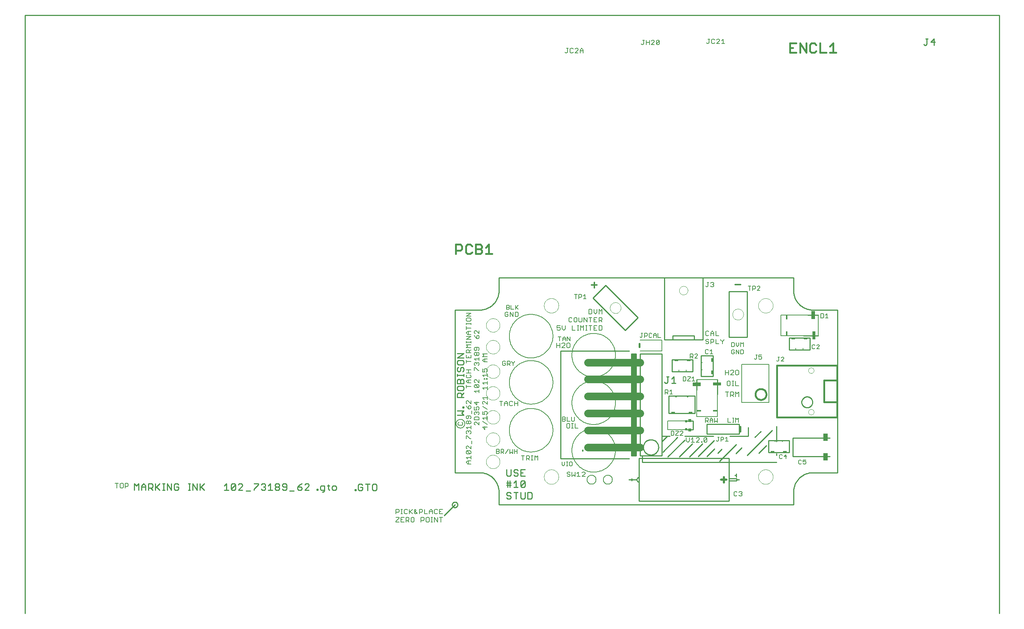
<source format=gto>
G75*
%MOIN*%
%OFA0B0*%
%FSLAX24Y24*%
%IPPOS*%
%LPD*%
%AMOC8*
5,1,8,0,0,1.08239X$1,22.5*
%
%ADD10C,0.0100*%
%ADD11C,0.0080*%
%ADD12C,0.0110*%
%ADD13C,0.0070*%
%ADD14C,0.0120*%
%ADD15C,0.0000*%
%ADD16C,0.0700*%
%ADD17R,0.0450X0.9310*%
%ADD18C,0.0150*%
%ADD19R,0.0180X0.0150*%
%ADD20R,0.0350X0.0150*%
%ADD21R,0.0750X0.0277*%
%ADD22R,0.0750X0.0348*%
%ADD23R,0.0394X0.0118*%
%ADD24R,0.0150X0.0110*%
%ADD25R,0.0150X0.0350*%
%ADD26R,0.0110X0.0150*%
%ADD27C,0.0050*%
%ADD28R,0.0277X0.0750*%
%ADD29R,0.0348X0.0750*%
%ADD30R,0.0118X0.0394*%
%ADD31C,0.0160*%
%ADD32C,0.0200*%
%ADD33R,0.0400X0.0700*%
%ADD34R,0.0272X0.0315*%
%ADD35R,0.0197X0.0197*%
D10*
X000500Y010000D02*
X000500Y065000D01*
X090000Y065000D01*
X090000Y010000D01*
X072874Y022953D02*
X072792Y022951D01*
X072711Y022945D01*
X072629Y022936D01*
X072548Y022923D01*
X072468Y022906D01*
X072389Y022885D01*
X072311Y022861D01*
X072234Y022833D01*
X072158Y022802D01*
X072084Y022767D01*
X072012Y022729D01*
X071941Y022688D01*
X071873Y022643D01*
X071806Y022595D01*
X071742Y022544D01*
X071680Y022491D01*
X071621Y022434D01*
X071564Y022375D01*
X071511Y022313D01*
X071460Y022249D01*
X071412Y022182D01*
X071367Y022114D01*
X071326Y022043D01*
X071288Y021971D01*
X071253Y021897D01*
X071222Y021821D01*
X071194Y021744D01*
X071170Y021666D01*
X071149Y021587D01*
X071132Y021507D01*
X071119Y021426D01*
X071110Y021344D01*
X071104Y021263D01*
X071102Y021181D01*
X071102Y020000D01*
X044035Y020000D01*
X044035Y021181D01*
X044035Y020000D01*
X071102Y020000D01*
X071102Y021181D01*
X071104Y021263D01*
X071110Y021344D01*
X071119Y021426D01*
X071132Y021507D01*
X071149Y021587D01*
X071170Y021666D01*
X071194Y021744D01*
X071222Y021821D01*
X071253Y021897D01*
X071288Y021971D01*
X071326Y022043D01*
X071367Y022114D01*
X071412Y022182D01*
X071460Y022249D01*
X071511Y022313D01*
X071564Y022375D01*
X071621Y022434D01*
X071680Y022491D01*
X071742Y022544D01*
X071806Y022595D01*
X071873Y022643D01*
X071941Y022688D01*
X072012Y022729D01*
X072084Y022767D01*
X072158Y022802D01*
X072234Y022833D01*
X072311Y022861D01*
X072389Y022885D01*
X072468Y022906D01*
X072548Y022923D01*
X072629Y022936D01*
X072711Y022945D01*
X072792Y022951D01*
X072874Y022953D01*
X075138Y022953D01*
X075138Y037913D01*
X072874Y037913D01*
X075138Y037913D01*
X075138Y022953D01*
X072874Y022953D01*
X074450Y024450D02*
X071050Y024450D01*
X071050Y026150D01*
X074450Y026150D01*
X070700Y025900D02*
X070700Y024800D01*
X068800Y024800D01*
X068800Y025900D01*
X070700Y025900D01*
X069550Y025800D02*
X069550Y027200D01*
X069150Y026850D02*
X066850Y024550D01*
X066350Y025250D02*
X065800Y024700D01*
X065180Y024270D02*
X056920Y024270D01*
X056920Y020330D01*
X065180Y020330D01*
X065180Y024270D01*
X064300Y024000D02*
X065850Y025550D01*
X065250Y026300D02*
X066950Y026300D01*
X066950Y027100D01*
X066250Y027200D02*
X066200Y027200D01*
X066200Y026700D01*
X066150Y026700D01*
X066150Y027200D01*
X066100Y027200D01*
X066100Y026700D01*
X066150Y026700D01*
X066200Y026700D02*
X066250Y026700D01*
X066250Y027200D01*
X066200Y027200D02*
X066150Y027200D01*
X066100Y027200D02*
X066100Y027400D01*
X063150Y027400D01*
X063150Y026500D01*
X066100Y026500D01*
X066100Y026700D01*
X067550Y026200D02*
X068100Y026750D01*
X068600Y025450D02*
X067900Y024750D01*
X069550Y024700D02*
X069550Y024550D01*
X069550Y023900D02*
X057200Y023900D01*
X057200Y024500D01*
X057000Y024503D02*
X057000Y025283D01*
X057000Y026843D01*
X057000Y028403D01*
X057000Y029963D01*
X057000Y031523D01*
X057000Y033083D01*
X057000Y033863D01*
X059000Y033863D01*
X059000Y024503D01*
X057000Y024503D01*
X056650Y024503D02*
X056200Y024503D01*
X056200Y033863D01*
X056650Y033863D01*
X056650Y024503D01*
X056000Y024233D02*
X049700Y024233D01*
X049700Y034133D01*
X056000Y034133D01*
X055648Y036028D02*
X056822Y037202D01*
X053852Y040172D01*
X052678Y038998D01*
X055648Y036028D01*
X059228Y035172D02*
X059228Y040881D01*
X062772Y040881D01*
X062772Y035172D01*
X061984Y035172D01*
X061984Y035546D01*
X060016Y035546D01*
X060016Y035172D01*
X061984Y035172D01*
X062600Y033700D02*
X063700Y033700D01*
X063700Y031800D01*
X062600Y031800D01*
X062600Y033700D01*
X061850Y033350D02*
X061850Y032250D01*
X059950Y032250D01*
X059950Y033350D01*
X061850Y033350D01*
X060016Y035172D02*
X059228Y035172D01*
X062200Y031510D02*
X062200Y030550D01*
X062050Y030000D02*
X062050Y028400D01*
X059650Y028400D01*
X059650Y030000D01*
X062050Y030000D01*
X064100Y030150D02*
X064100Y031510D01*
X065170Y035400D02*
X066830Y035400D01*
X066830Y039600D01*
X065170Y039600D01*
X065170Y035400D01*
X070700Y035350D02*
X070700Y034250D01*
X072600Y034250D01*
X072600Y035350D01*
X070700Y035350D01*
X072000Y035550D02*
X073360Y035550D01*
X073360Y037450D02*
X072400Y037450D01*
X072874Y037913D02*
X072792Y037915D01*
X072711Y037921D01*
X072629Y037930D01*
X072548Y037943D01*
X072468Y037960D01*
X072389Y037981D01*
X072311Y038005D01*
X072234Y038033D01*
X072158Y038064D01*
X072084Y038099D01*
X072012Y038137D01*
X071941Y038178D01*
X071873Y038223D01*
X071806Y038271D01*
X071742Y038322D01*
X071680Y038375D01*
X071621Y038432D01*
X071564Y038491D01*
X071511Y038553D01*
X071460Y038617D01*
X071412Y038684D01*
X071367Y038752D01*
X071326Y038823D01*
X071288Y038895D01*
X071253Y038969D01*
X071222Y039045D01*
X071194Y039122D01*
X071170Y039200D01*
X071149Y039279D01*
X071132Y039359D01*
X071119Y039440D01*
X071110Y039522D01*
X071104Y039603D01*
X071102Y039685D01*
X071102Y040866D01*
X044035Y040866D01*
X044035Y039685D01*
X044035Y040866D01*
X071102Y040866D01*
X071102Y039685D01*
X071104Y039603D01*
X071110Y039522D01*
X071119Y039440D01*
X071132Y039359D01*
X071149Y039279D01*
X071170Y039200D01*
X071194Y039122D01*
X071222Y039045D01*
X071253Y038969D01*
X071288Y038895D01*
X071326Y038823D01*
X071367Y038752D01*
X071412Y038684D01*
X071460Y038617D01*
X071511Y038553D01*
X071564Y038491D01*
X071621Y038432D01*
X071680Y038375D01*
X071742Y038322D01*
X071806Y038271D01*
X071873Y038223D01*
X071941Y038178D01*
X072012Y038137D01*
X072084Y038099D01*
X072158Y038064D01*
X072234Y038033D01*
X072311Y038005D01*
X072389Y037981D01*
X072468Y037960D01*
X072548Y037943D01*
X072629Y037930D01*
X072711Y037921D01*
X072792Y037915D01*
X072874Y037913D01*
X071850Y029429D02*
X071852Y029473D01*
X071858Y029517D01*
X071868Y029560D01*
X071881Y029602D01*
X071898Y029643D01*
X071919Y029682D01*
X071943Y029719D01*
X071970Y029754D01*
X072000Y029786D01*
X072033Y029816D01*
X072069Y029842D01*
X072106Y029866D01*
X072146Y029885D01*
X072187Y029902D01*
X072230Y029914D01*
X072273Y029923D01*
X072317Y029928D01*
X072361Y029929D01*
X072405Y029926D01*
X072449Y029919D01*
X072492Y029908D01*
X072534Y029894D01*
X072574Y029876D01*
X072613Y029854D01*
X072649Y029830D01*
X072683Y029802D01*
X072715Y029771D01*
X072744Y029737D01*
X072770Y029701D01*
X072792Y029663D01*
X072811Y029623D01*
X072826Y029581D01*
X072838Y029539D01*
X072846Y029495D01*
X072850Y029451D01*
X072850Y029407D01*
X072846Y029363D01*
X072838Y029319D01*
X072826Y029277D01*
X072811Y029235D01*
X072792Y029195D01*
X072770Y029157D01*
X072744Y029121D01*
X072715Y029087D01*
X072683Y029056D01*
X072649Y029028D01*
X072613Y029004D01*
X072574Y028982D01*
X072534Y028964D01*
X072492Y028950D01*
X072449Y028939D01*
X072405Y028932D01*
X072361Y028929D01*
X072317Y028930D01*
X072273Y028935D01*
X072230Y028944D01*
X072187Y028956D01*
X072146Y028973D01*
X072106Y028992D01*
X072069Y029016D01*
X072033Y029042D01*
X072000Y029072D01*
X071970Y029104D01*
X071943Y029139D01*
X071919Y029176D01*
X071898Y029215D01*
X071881Y029256D01*
X071868Y029298D01*
X071858Y029341D01*
X071852Y029385D01*
X071850Y029429D01*
X064500Y025100D02*
X064150Y024750D01*
X063850Y025150D02*
X063150Y024450D01*
X062350Y024450D02*
X063800Y025900D01*
X063750Y026300D02*
X061100Y026300D01*
X061100Y025950D02*
X059550Y024400D01*
X059100Y024850D02*
X060450Y026200D01*
X059750Y026300D02*
X059500Y026300D01*
X059000Y025800D01*
X059050Y026300D02*
X059500Y026300D01*
X061200Y026906D02*
X061880Y026906D01*
X061880Y027694D01*
X061200Y027694D01*
X061800Y025600D02*
X060600Y024400D01*
X061550Y024400D02*
X062750Y025600D01*
X065850Y022850D02*
X065850Y022550D01*
X065850Y022400D02*
X065200Y022400D01*
X065200Y022200D02*
X065850Y022200D01*
X065860Y022200D02*
X065860Y022300D01*
X066100Y022300D01*
X065860Y022300D02*
X065860Y022400D01*
X065800Y022700D02*
X065700Y022700D01*
X057300Y025283D02*
X057302Y025335D01*
X057308Y025387D01*
X057318Y025439D01*
X057331Y025489D01*
X057348Y025539D01*
X057369Y025587D01*
X057394Y025633D01*
X057422Y025677D01*
X057453Y025719D01*
X057487Y025759D01*
X057524Y025796D01*
X057564Y025830D01*
X057606Y025861D01*
X057650Y025889D01*
X057696Y025914D01*
X057744Y025935D01*
X057794Y025952D01*
X057844Y025965D01*
X057896Y025975D01*
X057948Y025981D01*
X058000Y025983D01*
X058052Y025981D01*
X058104Y025975D01*
X058156Y025965D01*
X058206Y025952D01*
X058256Y025935D01*
X058304Y025914D01*
X058350Y025889D01*
X058394Y025861D01*
X058436Y025830D01*
X058476Y025796D01*
X058513Y025759D01*
X058547Y025719D01*
X058578Y025677D01*
X058606Y025633D01*
X058631Y025587D01*
X058652Y025539D01*
X058669Y025489D01*
X058682Y025439D01*
X058692Y025387D01*
X058698Y025335D01*
X058700Y025283D01*
X058698Y025231D01*
X058692Y025179D01*
X058682Y025127D01*
X058669Y025077D01*
X058652Y025027D01*
X058631Y024979D01*
X058606Y024933D01*
X058578Y024889D01*
X058547Y024847D01*
X058513Y024807D01*
X058476Y024770D01*
X058436Y024736D01*
X058394Y024705D01*
X058350Y024677D01*
X058304Y024652D01*
X058256Y024631D01*
X058206Y024614D01*
X058156Y024601D01*
X058104Y024591D01*
X058052Y024585D01*
X058000Y024583D01*
X057948Y024585D01*
X057896Y024591D01*
X057844Y024601D01*
X057794Y024614D01*
X057744Y024631D01*
X057696Y024652D01*
X057650Y024677D01*
X057606Y024705D01*
X057564Y024736D01*
X057524Y024770D01*
X057487Y024807D01*
X057453Y024847D01*
X057422Y024889D01*
X057394Y024933D01*
X057369Y024979D01*
X057348Y025027D01*
X057331Y025077D01*
X057318Y025127D01*
X057308Y025179D01*
X057302Y025231D01*
X057300Y025283D01*
X056900Y022500D02*
X056874Y022498D01*
X056848Y022493D01*
X056823Y022485D01*
X056800Y022473D01*
X056778Y022459D01*
X056759Y022441D01*
X056741Y022422D01*
X056727Y022400D01*
X056715Y022377D01*
X056707Y022352D01*
X056702Y022326D01*
X056700Y022300D01*
X056250Y022300D01*
X056240Y022300D02*
X055990Y022300D01*
X056240Y022300D02*
X056240Y022200D01*
X056240Y022300D02*
X056240Y022400D01*
X056700Y022300D02*
X056702Y022274D01*
X056707Y022248D01*
X056715Y022223D01*
X056727Y022200D01*
X056741Y022178D01*
X056759Y022159D01*
X056778Y022141D01*
X056800Y022127D01*
X056823Y022115D01*
X056848Y022107D01*
X056874Y022102D01*
X056900Y022100D01*
X042264Y022953D02*
X040000Y022953D01*
X040000Y037913D01*
X042264Y037913D01*
X040000Y037913D01*
X040000Y022953D01*
X042264Y022953D01*
X042346Y022951D01*
X042427Y022945D01*
X042509Y022936D01*
X042590Y022923D01*
X042670Y022906D01*
X042749Y022885D01*
X042827Y022861D01*
X042904Y022833D01*
X042980Y022802D01*
X043054Y022767D01*
X043126Y022729D01*
X043197Y022688D01*
X043265Y022643D01*
X043332Y022595D01*
X043396Y022544D01*
X043458Y022491D01*
X043517Y022434D01*
X043574Y022375D01*
X043627Y022313D01*
X043678Y022249D01*
X043726Y022182D01*
X043771Y022114D01*
X043812Y022043D01*
X043850Y021971D01*
X043885Y021897D01*
X043916Y021821D01*
X043944Y021744D01*
X043968Y021666D01*
X043989Y021587D01*
X044006Y021507D01*
X044019Y021426D01*
X044028Y021344D01*
X044034Y021263D01*
X044036Y021181D01*
X044034Y021263D01*
X044028Y021344D01*
X044019Y021426D01*
X044006Y021507D01*
X043989Y021587D01*
X043968Y021666D01*
X043944Y021744D01*
X043916Y021821D01*
X043885Y021897D01*
X043850Y021971D01*
X043812Y022043D01*
X043771Y022114D01*
X043726Y022182D01*
X043678Y022249D01*
X043627Y022313D01*
X043574Y022375D01*
X043517Y022434D01*
X043458Y022491D01*
X043396Y022544D01*
X043332Y022595D01*
X043265Y022643D01*
X043197Y022688D01*
X043126Y022729D01*
X043054Y022767D01*
X042980Y022802D01*
X042904Y022833D01*
X042827Y022861D01*
X042749Y022885D01*
X042670Y022906D01*
X042590Y022923D01*
X042509Y022936D01*
X042427Y022945D01*
X042346Y022951D01*
X042264Y022953D01*
X039750Y020000D02*
X039752Y020031D01*
X039758Y020062D01*
X039768Y020092D01*
X039781Y020120D01*
X039798Y020147D01*
X039818Y020171D01*
X039841Y020193D01*
X039866Y020211D01*
X039894Y020226D01*
X039923Y020238D01*
X039953Y020246D01*
X039984Y020250D01*
X040016Y020250D01*
X040047Y020246D01*
X040077Y020238D01*
X040106Y020226D01*
X040134Y020211D01*
X040159Y020193D01*
X040182Y020171D01*
X040202Y020147D01*
X040219Y020120D01*
X040232Y020092D01*
X040242Y020062D01*
X040248Y020031D01*
X040250Y020000D01*
X040248Y019969D01*
X040242Y019938D01*
X040232Y019908D01*
X040219Y019880D01*
X040202Y019853D01*
X040182Y019829D01*
X040159Y019807D01*
X040134Y019789D01*
X040106Y019774D01*
X040077Y019762D01*
X040047Y019754D01*
X040016Y019750D01*
X039984Y019750D01*
X039953Y019754D01*
X039923Y019762D01*
X039894Y019774D01*
X039866Y019789D01*
X039841Y019807D01*
X039818Y019829D01*
X039798Y019853D01*
X039781Y019880D01*
X039768Y019908D01*
X039758Y019938D01*
X039752Y019969D01*
X039750Y020000D01*
X040000Y020000D02*
X039000Y019000D01*
X042264Y037913D02*
X042346Y037915D01*
X042427Y037921D01*
X042509Y037930D01*
X042590Y037943D01*
X042670Y037960D01*
X042749Y037981D01*
X042827Y038005D01*
X042904Y038033D01*
X042980Y038064D01*
X043054Y038099D01*
X043126Y038137D01*
X043197Y038178D01*
X043265Y038223D01*
X043332Y038271D01*
X043396Y038322D01*
X043458Y038375D01*
X043517Y038432D01*
X043574Y038491D01*
X043627Y038553D01*
X043678Y038617D01*
X043726Y038684D01*
X043771Y038752D01*
X043812Y038823D01*
X043850Y038895D01*
X043885Y038969D01*
X043916Y039045D01*
X043944Y039122D01*
X043968Y039200D01*
X043989Y039279D01*
X044006Y039359D01*
X044019Y039440D01*
X044028Y039522D01*
X044034Y039603D01*
X044036Y039685D01*
X044034Y039603D01*
X044028Y039522D01*
X044019Y039440D01*
X044006Y039359D01*
X043989Y039279D01*
X043968Y039200D01*
X043944Y039122D01*
X043916Y039045D01*
X043885Y038969D01*
X043850Y038895D01*
X043812Y038823D01*
X043771Y038752D01*
X043726Y038684D01*
X043678Y038617D01*
X043627Y038553D01*
X043574Y038491D01*
X043517Y038432D01*
X043458Y038375D01*
X043396Y038322D01*
X043332Y038271D01*
X043265Y038223D01*
X043197Y038178D01*
X043126Y038137D01*
X043054Y038099D01*
X042980Y038064D01*
X042904Y038033D01*
X042827Y038005D01*
X042749Y037981D01*
X042670Y037960D01*
X042590Y037943D01*
X042509Y037930D01*
X042427Y037921D01*
X042346Y037915D01*
X042264Y037913D01*
D11*
X041460Y037619D02*
X041040Y037619D01*
X041040Y037339D02*
X041460Y037619D01*
X041460Y037339D02*
X041040Y037339D01*
X041110Y037159D02*
X041040Y037089D01*
X041040Y036949D01*
X041110Y036879D01*
X041390Y036879D01*
X041460Y036949D01*
X041460Y037089D01*
X041390Y037159D01*
X041110Y037159D01*
X041040Y036712D02*
X041040Y036572D01*
X041040Y036642D02*
X041460Y036642D01*
X041460Y036572D02*
X041460Y036712D01*
X041460Y036251D02*
X041040Y036251D01*
X041040Y036111D02*
X041040Y036391D01*
X041180Y035931D02*
X041460Y035931D01*
X041250Y035931D02*
X041250Y035651D01*
X041180Y035651D02*
X041040Y035791D01*
X041180Y035931D01*
X041180Y035651D02*
X041460Y035651D01*
X041460Y035471D02*
X041040Y035471D01*
X041040Y035190D02*
X041460Y035471D01*
X041460Y035190D02*
X041040Y035190D01*
X041040Y035024D02*
X041040Y034884D01*
X041040Y034954D02*
X041460Y034954D01*
X041460Y034884D02*
X041460Y035024D01*
X041460Y034703D02*
X041040Y034703D01*
X041180Y034563D01*
X041040Y034423D01*
X041460Y034423D01*
X041460Y034243D02*
X041320Y034103D01*
X041320Y034173D02*
X041320Y033963D01*
X041460Y033963D02*
X041040Y033963D01*
X041040Y034173D01*
X041110Y034243D01*
X041250Y034243D01*
X041320Y034173D01*
X041460Y033783D02*
X041460Y033502D01*
X041040Y033502D01*
X041040Y033783D01*
X041250Y033642D02*
X041250Y033502D01*
X041040Y033322D02*
X041040Y033042D01*
X041040Y033182D02*
X041460Y033182D01*
X041790Y033010D02*
X041860Y033080D01*
X041930Y033080D01*
X042000Y033010D01*
X042070Y033080D01*
X042140Y033080D01*
X042210Y033010D01*
X042210Y032869D01*
X042140Y032799D01*
X042000Y032940D02*
X042000Y033010D01*
X041790Y033010D02*
X041790Y032869D01*
X041860Y032799D01*
X041860Y032619D02*
X042140Y032339D01*
X042210Y032339D01*
X042540Y032216D02*
X042750Y032216D01*
X042680Y032357D01*
X042680Y032427D01*
X042750Y032497D01*
X042890Y032497D01*
X042960Y032427D01*
X042960Y032287D01*
X042890Y032216D01*
X042960Y032036D02*
X042960Y031756D01*
X042960Y031896D02*
X042540Y031896D01*
X042680Y031756D01*
X042680Y031596D02*
X042750Y031596D01*
X042750Y031526D01*
X042680Y031526D01*
X042680Y031596D01*
X042890Y031596D02*
X042960Y031596D01*
X042960Y031526D01*
X042890Y031526D01*
X042890Y031596D01*
X042960Y031346D02*
X042960Y031065D01*
X042960Y031206D02*
X042540Y031206D01*
X042680Y031065D01*
X042960Y030885D02*
X042960Y030605D01*
X042960Y030745D02*
X042540Y030745D01*
X042680Y030605D01*
X042210Y030580D02*
X042210Y030299D01*
X042210Y030440D02*
X041790Y030440D01*
X041930Y030299D01*
X041860Y030760D02*
X041790Y030830D01*
X041790Y030970D01*
X041860Y031040D01*
X042140Y030760D01*
X042210Y030830D01*
X042210Y030970D01*
X042140Y031040D01*
X041860Y031040D01*
X041860Y031220D02*
X041790Y031290D01*
X041790Y031430D01*
X041860Y031500D01*
X041930Y031500D01*
X042210Y031220D01*
X042210Y031500D01*
X042140Y030760D02*
X041860Y030760D01*
X041460Y030880D02*
X041040Y030880D01*
X041040Y030740D02*
X041040Y031020D01*
X041180Y031200D02*
X041040Y031341D01*
X041180Y031481D01*
X041460Y031481D01*
X041390Y031661D02*
X041460Y031731D01*
X041460Y031871D01*
X041390Y031941D01*
X041460Y032121D02*
X041040Y032121D01*
X041110Y031941D02*
X041040Y031871D01*
X041040Y031731D01*
X041110Y031661D01*
X041390Y031661D01*
X041250Y031481D02*
X041250Y031200D01*
X041180Y031200D02*
X041460Y031200D01*
X041250Y032121D02*
X041250Y032401D01*
X041040Y032401D02*
X041460Y032401D01*
X041790Y032339D02*
X041790Y032619D01*
X041860Y032619D01*
X041930Y033260D02*
X041790Y033400D01*
X042210Y033400D01*
X042210Y033260D02*
X042210Y033540D01*
X042140Y033720D02*
X042070Y033720D01*
X042000Y033790D01*
X042000Y033930D01*
X042070Y034000D01*
X042140Y034000D01*
X042210Y033930D01*
X042210Y033790D01*
X042140Y033720D01*
X042000Y033790D02*
X041930Y033720D01*
X041860Y033720D01*
X041790Y033790D01*
X041790Y033930D01*
X041860Y034000D01*
X041930Y034000D01*
X042000Y033930D01*
X041930Y034181D02*
X042000Y034251D01*
X042000Y034461D01*
X042140Y034461D02*
X041860Y034461D01*
X041790Y034391D01*
X041790Y034251D01*
X041860Y034181D01*
X041930Y034181D01*
X042140Y034181D02*
X042210Y034251D01*
X042210Y034391D01*
X042140Y034461D01*
X042540Y033878D02*
X042960Y033878D01*
X042960Y033598D02*
X042540Y033598D01*
X042680Y033738D01*
X042540Y033878D01*
X042680Y033417D02*
X042960Y033417D01*
X042750Y033417D02*
X042750Y033137D01*
X042680Y033137D02*
X042540Y033277D01*
X042680Y033417D01*
X042680Y033137D02*
X042960Y033137D01*
X042540Y032497D02*
X042540Y032216D01*
X042960Y029965D02*
X042960Y029684D01*
X042960Y029824D02*
X042540Y029824D01*
X042680Y029684D01*
X042680Y029504D02*
X042610Y029504D01*
X042540Y029434D01*
X042540Y029294D01*
X042610Y029224D01*
X042540Y029044D02*
X042960Y028764D01*
X042890Y028583D02*
X042960Y028513D01*
X042960Y028373D01*
X042890Y028303D01*
X042750Y028303D02*
X042680Y028443D01*
X042680Y028513D01*
X042750Y028583D01*
X042890Y028583D01*
X042750Y028303D02*
X042540Y028303D01*
X042540Y028583D01*
X042210Y028470D02*
X042210Y028330D01*
X042140Y028260D01*
X042140Y028080D02*
X041860Y028080D01*
X041790Y028010D01*
X041790Y027799D01*
X042210Y027799D01*
X042210Y028010D01*
X042140Y028080D01*
X041860Y028260D02*
X041790Y028330D01*
X041790Y028470D01*
X041860Y028540D01*
X041930Y028540D01*
X042000Y028470D01*
X042070Y028540D01*
X042140Y028540D01*
X042210Y028470D01*
X042000Y028470D02*
X042000Y028400D01*
X042000Y028720D02*
X041930Y028860D01*
X041930Y028930D01*
X042000Y029000D01*
X042140Y029000D01*
X042210Y028930D01*
X042210Y028790D01*
X042140Y028720D01*
X042000Y028720D02*
X041790Y028720D01*
X041790Y029000D01*
X042000Y029181D02*
X042000Y029461D01*
X042210Y029391D02*
X041790Y029391D01*
X042000Y029181D01*
X041460Y029280D02*
X041180Y029560D01*
X041110Y029560D01*
X041040Y029490D01*
X041040Y029350D01*
X041110Y029280D01*
X041040Y029099D02*
X041110Y028959D01*
X041250Y028819D01*
X041250Y029029D01*
X041320Y029099D01*
X041390Y029099D01*
X041460Y029029D01*
X041460Y028889D01*
X041390Y028819D01*
X041250Y028819D01*
X041530Y028639D02*
X041530Y028359D01*
X041390Y028179D02*
X041110Y028179D01*
X041040Y028109D01*
X041040Y027968D01*
X041110Y027898D01*
X041180Y027898D01*
X041250Y027968D01*
X041250Y028179D01*
X041390Y028179D02*
X041460Y028109D01*
X041460Y027968D01*
X041390Y027898D01*
X041390Y027718D02*
X041460Y027648D01*
X041460Y027508D01*
X041390Y027438D01*
X041320Y027438D01*
X041250Y027508D01*
X041250Y027648D01*
X041320Y027718D01*
X041390Y027718D01*
X041250Y027648D02*
X041180Y027718D01*
X041110Y027718D01*
X041040Y027648D01*
X041040Y027508D01*
X041110Y027438D01*
X041180Y027438D01*
X041250Y027508D01*
X041460Y027258D02*
X041460Y026978D01*
X041460Y027118D02*
X041040Y027118D01*
X041180Y026978D01*
X041180Y026797D02*
X041250Y026727D01*
X041320Y026797D01*
X041390Y026797D01*
X041460Y026727D01*
X041460Y026587D01*
X041390Y026517D01*
X041250Y026657D02*
X041250Y026727D01*
X041180Y026797D02*
X041110Y026797D01*
X041040Y026727D01*
X041040Y026587D01*
X041110Y026517D01*
X041110Y026337D02*
X041390Y026057D01*
X041460Y026057D01*
X041530Y025877D02*
X041530Y025596D01*
X041460Y025416D02*
X041460Y025136D01*
X041180Y025416D01*
X041110Y025416D01*
X041040Y025346D01*
X041040Y025206D01*
X041110Y025136D01*
X041110Y024956D02*
X041390Y024676D01*
X041460Y024746D01*
X041460Y024886D01*
X041390Y024956D01*
X041110Y024956D01*
X041040Y024886D01*
X041040Y024746D01*
X041110Y024676D01*
X041390Y024676D01*
X041460Y024496D02*
X041460Y024215D01*
X041460Y024355D02*
X041040Y024355D01*
X041180Y024215D01*
X041180Y024035D02*
X041460Y024035D01*
X041250Y024035D02*
X041250Y023755D01*
X041180Y023755D02*
X041040Y023895D01*
X041180Y024035D01*
X041180Y023755D02*
X041460Y023755D01*
X041040Y026057D02*
X041040Y026337D01*
X041110Y026337D01*
X040640Y027300D02*
X040710Y027370D01*
X040710Y027510D01*
X040640Y027580D01*
X040100Y027450D02*
X040102Y027490D01*
X040108Y027529D01*
X040118Y027568D01*
X040131Y027605D01*
X040149Y027641D01*
X040170Y027675D01*
X040194Y027707D01*
X040221Y027736D01*
X040251Y027763D01*
X040283Y027786D01*
X040318Y027806D01*
X040354Y027822D01*
X040392Y027835D01*
X040431Y027844D01*
X040470Y027849D01*
X040510Y027850D01*
X040550Y027847D01*
X040589Y027840D01*
X040627Y027829D01*
X040665Y027815D01*
X040700Y027796D01*
X040733Y027775D01*
X040765Y027750D01*
X040793Y027722D01*
X040819Y027692D01*
X040841Y027659D01*
X040860Y027624D01*
X040876Y027587D01*
X040888Y027549D01*
X040896Y027510D01*
X040900Y027470D01*
X040900Y027430D01*
X040896Y027390D01*
X040888Y027351D01*
X040876Y027313D01*
X040860Y027276D01*
X040841Y027241D01*
X040819Y027208D01*
X040793Y027178D01*
X040765Y027150D01*
X040733Y027125D01*
X040700Y027104D01*
X040665Y027085D01*
X040627Y027071D01*
X040589Y027060D01*
X040550Y027053D01*
X040510Y027050D01*
X040470Y027051D01*
X040431Y027056D01*
X040392Y027065D01*
X040354Y027078D01*
X040318Y027094D01*
X040283Y027114D01*
X040251Y027137D01*
X040221Y027164D01*
X040194Y027193D01*
X040170Y027225D01*
X040149Y027259D01*
X040131Y027295D01*
X040118Y027332D01*
X040108Y027371D01*
X040102Y027410D01*
X040100Y027450D01*
X040290Y027510D02*
X040290Y027370D01*
X040360Y027300D01*
X040640Y027300D01*
X040360Y027580D02*
X040290Y027510D01*
X041790Y027549D02*
X041790Y027409D01*
X041860Y027339D01*
X041790Y027549D02*
X041860Y027619D01*
X041930Y027619D01*
X042210Y027339D01*
X042210Y027619D01*
X042540Y027663D02*
X042960Y027382D01*
X042960Y027132D02*
X042540Y027132D01*
X042750Y026922D01*
X042750Y027202D01*
X042680Y027843D02*
X042540Y027983D01*
X042960Y027983D01*
X042960Y027843D02*
X042960Y028123D01*
X042960Y029224D02*
X042680Y029504D01*
X042960Y029504D02*
X042960Y029224D01*
X044098Y029510D02*
X044379Y029510D01*
X044239Y029510D02*
X044239Y029090D01*
X044559Y029090D02*
X044559Y029370D01*
X044699Y029510D01*
X044839Y029370D01*
X044839Y029090D01*
X045019Y029160D02*
X045089Y029090D01*
X045229Y029090D01*
X045299Y029160D01*
X045480Y029090D02*
X045480Y029510D01*
X045299Y029440D02*
X045229Y029510D01*
X045089Y029510D01*
X045019Y029440D01*
X045019Y029160D01*
X044839Y029300D02*
X044559Y029300D01*
X045480Y029300D02*
X045760Y029300D01*
X045760Y029510D02*
X045760Y029090D01*
X041460Y029280D02*
X041460Y029560D01*
X046102Y024510D02*
X046382Y024510D01*
X046242Y024510D02*
X046242Y024090D01*
X046562Y024090D02*
X046562Y024510D01*
X046772Y024510D01*
X046843Y024440D01*
X046843Y024300D01*
X046772Y024230D01*
X046562Y024230D01*
X046702Y024230D02*
X046843Y024090D01*
X047023Y024090D02*
X047163Y024090D01*
X047093Y024090D02*
X047093Y024510D01*
X047023Y024510D02*
X047163Y024510D01*
X047330Y024510D02*
X047470Y024370D01*
X047610Y024510D01*
X047610Y024090D01*
X047330Y024090D02*
X047330Y024510D01*
X050298Y022940D02*
X050298Y022870D01*
X050368Y022800D01*
X050509Y022800D01*
X050579Y022730D01*
X050579Y022660D01*
X050509Y022590D01*
X050368Y022590D01*
X050298Y022660D01*
X050298Y022940D02*
X050368Y023010D01*
X050509Y023010D01*
X050579Y022940D01*
X050759Y023010D02*
X050759Y022590D01*
X050899Y022730D01*
X051039Y022590D01*
X051039Y023010D01*
X051219Y022870D02*
X051359Y023010D01*
X051359Y022590D01*
X051219Y022590D02*
X051499Y022590D01*
X051680Y022590D02*
X051960Y022870D01*
X051960Y022940D01*
X051890Y023010D01*
X051750Y023010D01*
X051680Y022940D01*
X051680Y022590D02*
X051960Y022590D01*
X051310Y027040D02*
X051030Y027040D01*
X051030Y027460D01*
X050863Y027460D02*
X050723Y027460D01*
X050793Y027460D02*
X050793Y027040D01*
X050723Y027040D02*
X050863Y027040D01*
X050543Y027110D02*
X050543Y027390D01*
X050472Y027460D01*
X050332Y027460D01*
X050262Y027390D01*
X050262Y027110D01*
X050332Y027040D01*
X050472Y027040D01*
X050543Y027110D01*
X059540Y026906D02*
X059540Y027694D01*
X061200Y027694D01*
X061200Y026906D02*
X059540Y026906D01*
X061254Y026160D02*
X061254Y025880D01*
X061394Y025740D01*
X061534Y025880D01*
X061534Y026160D01*
X061715Y026020D02*
X061855Y026160D01*
X061855Y025740D01*
X061715Y025740D02*
X061995Y025740D01*
X062175Y025740D02*
X062455Y026020D01*
X062455Y026090D01*
X062385Y026160D01*
X062245Y026160D01*
X062175Y026090D01*
X062175Y025740D02*
X062455Y025740D01*
X062635Y025740D02*
X062705Y025740D01*
X062705Y025810D01*
X062635Y025810D01*
X062635Y025740D01*
X062865Y025810D02*
X063146Y026090D01*
X063146Y025810D01*
X063076Y025740D01*
X062936Y025740D01*
X062865Y025810D01*
X062865Y026090D01*
X062936Y026160D01*
X063076Y026160D01*
X063146Y026090D01*
X062200Y028090D02*
X062200Y030550D01*
X062200Y031510D02*
X064100Y031510D01*
X064859Y031940D02*
X064859Y032360D01*
X064859Y032150D02*
X065139Y032150D01*
X065139Y032360D02*
X065139Y031940D01*
X065319Y031940D02*
X065599Y032220D01*
X065599Y032290D01*
X065529Y032360D01*
X065389Y032360D01*
X065319Y032290D01*
X065319Y031940D02*
X065599Y031940D01*
X065780Y032010D02*
X065850Y031940D01*
X065990Y031940D01*
X066060Y032010D01*
X066060Y032290D01*
X065990Y032360D01*
X065850Y032360D01*
X065780Y032290D01*
X065780Y032010D01*
X065780Y031360D02*
X065780Y030940D01*
X066060Y030940D01*
X065613Y030940D02*
X065473Y030940D01*
X065543Y030940D02*
X065543Y031360D01*
X065473Y031360D02*
X065613Y031360D01*
X065293Y031290D02*
X065222Y031360D01*
X065082Y031360D01*
X065012Y031290D01*
X065012Y031010D01*
X065082Y030940D01*
X065222Y030940D01*
X065293Y031010D01*
X065293Y031290D01*
X065319Y030360D02*
X065529Y030360D01*
X065599Y030290D01*
X065599Y030150D01*
X065529Y030080D01*
X065319Y030080D01*
X065319Y029940D02*
X065319Y030360D01*
X065139Y030360D02*
X064859Y030360D01*
X064999Y030360D02*
X064999Y029940D01*
X065459Y030080D02*
X065599Y029940D01*
X065780Y029940D02*
X065780Y030360D01*
X065920Y030220D01*
X066060Y030360D01*
X066060Y029940D01*
X066350Y029400D02*
X068850Y029400D01*
X068850Y032900D01*
X066350Y032900D01*
X066350Y029400D01*
X064100Y030150D02*
X064100Y028090D01*
X062200Y028090D01*
X059000Y034150D02*
X057000Y034150D01*
X057000Y035150D02*
X059000Y035150D01*
X059000Y034150D01*
X063040Y034860D02*
X063110Y034790D01*
X063250Y034790D01*
X063320Y034860D01*
X063320Y034930D01*
X063250Y035000D01*
X063110Y035000D01*
X063040Y035070D01*
X063040Y035140D01*
X063110Y035210D01*
X063250Y035210D01*
X063320Y035140D01*
X063500Y035210D02*
X063711Y035210D01*
X063781Y035140D01*
X063781Y035000D01*
X063711Y034930D01*
X063500Y034930D01*
X063500Y034790D02*
X063500Y035210D01*
X063500Y035540D02*
X063500Y035820D01*
X063641Y035960D01*
X063781Y035820D01*
X063781Y035540D01*
X063961Y035540D02*
X064241Y035540D01*
X063961Y035540D02*
X063961Y035960D01*
X063781Y035750D02*
X063500Y035750D01*
X063320Y035610D02*
X063250Y035540D01*
X063110Y035540D01*
X063040Y035610D01*
X063040Y035890D01*
X063110Y035960D01*
X063250Y035960D01*
X063320Y035890D01*
X063961Y035210D02*
X063961Y034790D01*
X064241Y034790D01*
X064561Y034790D02*
X064561Y035000D01*
X064701Y035140D01*
X064701Y035210D01*
X064561Y035000D02*
X064421Y035140D01*
X064421Y035210D01*
X069940Y035550D02*
X069940Y037450D01*
X072400Y037450D01*
X073360Y037450D02*
X073360Y035550D01*
X072000Y035550D02*
X069940Y035550D01*
X063773Y040093D02*
X063703Y040023D01*
X063563Y040023D01*
X063493Y040093D01*
X063633Y040233D02*
X063703Y040233D01*
X063773Y040163D01*
X063773Y040093D01*
X063703Y040233D02*
X063773Y040303D01*
X063773Y040373D01*
X063703Y040443D01*
X063563Y040443D01*
X063493Y040373D01*
X063312Y040443D02*
X063172Y040443D01*
X063242Y040443D02*
X063242Y040093D01*
X063172Y040023D01*
X063102Y040023D01*
X063032Y040093D01*
X053510Y037960D02*
X053510Y037540D01*
X053230Y037540D02*
X053230Y037960D01*
X053370Y037820D01*
X053510Y037960D01*
X053049Y037960D02*
X053049Y037680D01*
X052909Y037540D01*
X052769Y037680D01*
X052769Y037960D01*
X052589Y037890D02*
X052519Y037960D01*
X052309Y037960D01*
X052309Y037540D01*
X052519Y037540D01*
X052589Y037610D01*
X052589Y037890D01*
X052589Y037210D02*
X052309Y037210D01*
X052449Y037210D02*
X052449Y036790D01*
X052769Y036790D02*
X052769Y037210D01*
X053049Y037210D01*
X053230Y037210D02*
X053440Y037210D01*
X053510Y037140D01*
X053510Y037000D01*
X053440Y036930D01*
X053230Y036930D01*
X053370Y036930D02*
X053510Y036790D01*
X053230Y036790D02*
X053230Y037210D01*
X052909Y037000D02*
X052769Y037000D01*
X052769Y036790D02*
X053049Y036790D01*
X053049Y036460D02*
X052769Y036460D01*
X052769Y036040D01*
X053049Y036040D01*
X053230Y036040D02*
X053440Y036040D01*
X053510Y036110D01*
X053510Y036390D01*
X053440Y036460D01*
X053230Y036460D01*
X053230Y036040D01*
X052909Y036250D02*
X052769Y036250D01*
X052589Y036460D02*
X052309Y036460D01*
X052449Y036460D02*
X052449Y036040D01*
X052142Y036040D02*
X052002Y036040D01*
X052072Y036040D02*
X052072Y036460D01*
X052002Y036460D02*
X052142Y036460D01*
X051822Y036460D02*
X051822Y036040D01*
X051541Y036040D02*
X051541Y036460D01*
X051682Y036320D01*
X051822Y036460D01*
X051848Y036790D02*
X051848Y037210D01*
X052129Y036790D01*
X052129Y037210D01*
X051668Y037210D02*
X051668Y036860D01*
X051598Y036790D01*
X051458Y036790D01*
X051388Y036860D01*
X051388Y037210D01*
X051208Y037140D02*
X051138Y037210D01*
X050998Y037210D01*
X050928Y037140D01*
X050928Y036860D01*
X050998Y036790D01*
X051138Y036790D01*
X051208Y036860D01*
X051208Y037140D01*
X050747Y037140D02*
X050677Y037210D01*
X050537Y037210D01*
X050467Y037140D01*
X050467Y036860D01*
X050537Y036790D01*
X050677Y036790D01*
X050747Y036860D01*
X050774Y036460D02*
X050774Y036040D01*
X051054Y036040D01*
X051235Y036040D02*
X051375Y036040D01*
X051305Y036040D02*
X051305Y036460D01*
X051235Y036460D02*
X051375Y036460D01*
X050134Y036460D02*
X050134Y036180D01*
X049994Y036040D01*
X049853Y036180D01*
X049853Y036460D01*
X049673Y036460D02*
X049393Y036460D01*
X049393Y036250D01*
X049533Y036320D01*
X049603Y036320D01*
X049673Y036250D01*
X049673Y036110D01*
X049603Y036040D01*
X049463Y036040D01*
X049393Y036110D01*
X049359Y034860D02*
X049359Y034440D01*
X049359Y034650D02*
X049639Y034650D01*
X049639Y034860D02*
X049639Y034440D01*
X049819Y034440D02*
X050099Y034720D01*
X050099Y034790D01*
X050029Y034860D01*
X049889Y034860D01*
X049819Y034790D01*
X049819Y034440D02*
X050099Y034440D01*
X050280Y034510D02*
X050350Y034440D01*
X050490Y034440D01*
X050560Y034510D01*
X050560Y034790D01*
X050490Y034860D01*
X050350Y034860D01*
X050280Y034790D01*
X050280Y034510D01*
X045810Y037360D02*
X045810Y037640D01*
X045740Y037710D01*
X045530Y037710D01*
X045530Y037290D01*
X045740Y037290D01*
X045810Y037360D01*
X045349Y037290D02*
X045349Y037710D01*
X045069Y037710D02*
X045349Y037290D01*
X045069Y037290D02*
X045069Y037710D01*
X044889Y037640D02*
X044819Y037710D01*
X044679Y037710D01*
X044609Y037640D01*
X044609Y037360D01*
X044679Y037290D01*
X044819Y037290D01*
X044889Y037360D01*
X044889Y037500D01*
X044749Y037500D01*
X042210Y036020D02*
X042210Y035740D01*
X041930Y036020D01*
X041860Y036020D01*
X041790Y035950D01*
X041790Y035810D01*
X041860Y035740D01*
X041790Y035560D02*
X041860Y035420D01*
X042000Y035280D01*
X042000Y035490D01*
X042070Y035560D01*
X042140Y035560D01*
X042210Y035490D01*
X042210Y035350D01*
X042140Y035280D01*
X042000Y035280D01*
X038860Y019585D02*
X038580Y019585D01*
X038580Y019165D01*
X038860Y019165D01*
X038720Y019375D02*
X038580Y019375D01*
X038399Y019235D02*
X038329Y019165D01*
X038189Y019165D01*
X038119Y019235D01*
X038119Y019515D01*
X038189Y019585D01*
X038329Y019585D01*
X038399Y019515D01*
X037939Y019445D02*
X037799Y019585D01*
X037659Y019445D01*
X037659Y019165D01*
X037479Y019165D02*
X037198Y019165D01*
X037198Y019585D01*
X037018Y019515D02*
X037018Y019375D01*
X036948Y019305D01*
X036738Y019305D01*
X036738Y019165D02*
X036738Y019585D01*
X036948Y019585D01*
X037018Y019515D01*
X036558Y019305D02*
X036418Y019165D01*
X036348Y019165D01*
X036278Y019235D01*
X036278Y019305D01*
X036418Y019445D01*
X036418Y019515D01*
X036348Y019585D01*
X036278Y019515D01*
X036278Y019445D01*
X036558Y019165D01*
X036097Y019165D02*
X035887Y019375D01*
X035817Y019305D02*
X036097Y019585D01*
X035817Y019585D02*
X035817Y019165D01*
X035637Y019235D02*
X035567Y019165D01*
X035427Y019165D01*
X035357Y019235D01*
X035357Y019515D01*
X035427Y019585D01*
X035567Y019585D01*
X035637Y019515D01*
X035190Y019585D02*
X035050Y019585D01*
X035120Y019585D02*
X035120Y019165D01*
X035050Y019165D02*
X035190Y019165D01*
X035050Y018835D02*
X035050Y018415D01*
X035330Y018415D01*
X035510Y018415D02*
X035510Y018835D01*
X035720Y018835D01*
X035791Y018765D01*
X035791Y018625D01*
X035720Y018555D01*
X035510Y018555D01*
X035650Y018555D02*
X035791Y018415D01*
X035971Y018485D02*
X036041Y018415D01*
X036181Y018415D01*
X036251Y018485D01*
X036251Y018765D01*
X036181Y018835D01*
X036041Y018835D01*
X035971Y018765D01*
X035971Y018485D01*
X035330Y018835D02*
X035050Y018835D01*
X034870Y018835D02*
X034870Y018765D01*
X034590Y018485D01*
X034590Y018415D01*
X034870Y018415D01*
X035050Y018625D02*
X035190Y018625D01*
X034870Y018835D02*
X034590Y018835D01*
X034590Y019165D02*
X034590Y019585D01*
X034800Y019585D01*
X034870Y019515D01*
X034870Y019375D01*
X034800Y019305D01*
X034590Y019305D01*
X036891Y018835D02*
X037102Y018835D01*
X037172Y018765D01*
X037172Y018625D01*
X037102Y018555D01*
X036891Y018555D01*
X036891Y018415D02*
X036891Y018835D01*
X037352Y018765D02*
X037352Y018485D01*
X037422Y018415D01*
X037562Y018415D01*
X037632Y018485D01*
X037632Y018765D01*
X037562Y018835D01*
X037422Y018835D01*
X037352Y018765D01*
X037812Y018835D02*
X037952Y018835D01*
X037882Y018835D02*
X037882Y018415D01*
X037812Y018415D02*
X037952Y018415D01*
X038119Y018415D02*
X038119Y018835D01*
X038399Y018415D01*
X038399Y018835D01*
X038580Y018835D02*
X038860Y018835D01*
X038720Y018835D02*
X038720Y018415D01*
X037939Y019165D02*
X037939Y019445D01*
X037939Y019375D02*
X037659Y019375D01*
X009991Y021750D02*
X009921Y021680D01*
X009711Y021680D01*
X009711Y021540D02*
X009711Y021960D01*
X009921Y021960D01*
X009991Y021890D01*
X009991Y021750D01*
X009531Y021610D02*
X009531Y021890D01*
X009461Y021960D01*
X009320Y021960D01*
X009250Y021890D01*
X009250Y021610D01*
X009320Y021540D01*
X009461Y021540D01*
X009531Y021610D01*
X009070Y021960D02*
X008790Y021960D01*
X008930Y021960D02*
X008930Y021540D01*
X050119Y061610D02*
X050189Y061540D01*
X050259Y061540D01*
X050329Y061610D01*
X050329Y061960D01*
X050259Y061960D02*
X050399Y061960D01*
X050580Y061890D02*
X050650Y061960D01*
X050790Y061960D01*
X050860Y061890D01*
X051040Y061890D02*
X051110Y061960D01*
X051250Y061960D01*
X051320Y061890D01*
X051320Y061820D01*
X051040Y061540D01*
X051320Y061540D01*
X051500Y061540D02*
X051500Y061820D01*
X051641Y061960D01*
X051781Y061820D01*
X051781Y061540D01*
X051781Y061750D02*
X051500Y061750D01*
X050860Y061610D02*
X050790Y061540D01*
X050650Y061540D01*
X050580Y061610D01*
X050580Y061890D01*
X057119Y062360D02*
X057189Y062290D01*
X057259Y062290D01*
X057329Y062360D01*
X057329Y062710D01*
X057259Y062710D02*
X057399Y062710D01*
X057580Y062710D02*
X057580Y062290D01*
X057580Y062500D02*
X057860Y062500D01*
X057860Y062710D02*
X057860Y062290D01*
X058040Y062290D02*
X058320Y062570D01*
X058320Y062640D01*
X058250Y062710D01*
X058110Y062710D01*
X058040Y062640D01*
X058040Y062290D02*
X058320Y062290D01*
X058500Y062360D02*
X058781Y062640D01*
X058781Y062360D01*
X058711Y062290D01*
X058570Y062290D01*
X058500Y062360D01*
X058500Y062640D01*
X058570Y062710D01*
X058711Y062710D01*
X058781Y062640D01*
X063119Y062460D02*
X063189Y062390D01*
X063259Y062390D01*
X063329Y062460D01*
X063329Y062810D01*
X063259Y062810D02*
X063399Y062810D01*
X063580Y062740D02*
X063580Y062460D01*
X063650Y062390D01*
X063790Y062390D01*
X063860Y062460D01*
X064040Y062390D02*
X064320Y062670D01*
X064320Y062740D01*
X064250Y062810D01*
X064110Y062810D01*
X064040Y062740D01*
X063860Y062740D02*
X063790Y062810D01*
X063650Y062810D01*
X063580Y062740D01*
X064040Y062390D02*
X064320Y062390D01*
X064500Y062390D02*
X064781Y062390D01*
X064641Y062390D02*
X064641Y062810D01*
X064500Y062670D01*
X065700Y021210D02*
X065630Y021140D01*
X065630Y020860D01*
X065700Y020790D01*
X065840Y020790D01*
X065910Y020860D01*
X066090Y020860D02*
X066160Y020790D01*
X066300Y020790D01*
X066370Y020860D01*
X066370Y020930D01*
X066300Y021000D01*
X066230Y021000D01*
X066300Y021000D02*
X066370Y021070D01*
X066370Y021140D01*
X066300Y021210D01*
X066160Y021210D01*
X066090Y021140D01*
X065910Y021140D02*
X065840Y021210D01*
X065700Y021210D01*
D12*
X060293Y031172D02*
X059900Y031172D01*
X060096Y031172D02*
X060096Y031762D01*
X059900Y031566D01*
X059649Y031762D02*
X059452Y031762D01*
X059550Y031762D02*
X059550Y031270D01*
X059452Y031172D01*
X059353Y031172D01*
X059255Y031270D01*
X046438Y023246D02*
X046044Y023246D01*
X046044Y022655D01*
X046438Y022655D01*
X046241Y022950D02*
X046044Y022950D01*
X045793Y022852D02*
X045793Y022753D01*
X045695Y022655D01*
X045498Y022655D01*
X045400Y022753D01*
X045498Y022950D02*
X045695Y022950D01*
X045793Y022852D01*
X045793Y023147D02*
X045695Y023246D01*
X045498Y023246D01*
X045400Y023147D01*
X045400Y023049D01*
X045498Y022950D01*
X045149Y022753D02*
X045149Y023246D01*
X044755Y023246D02*
X044755Y022753D01*
X044853Y022655D01*
X045050Y022655D01*
X045149Y022753D01*
X045050Y022196D02*
X045050Y021605D01*
X044853Y021605D02*
X044853Y022196D01*
X044755Y021999D02*
X045050Y021999D01*
X045149Y021999D01*
X045149Y021802D02*
X044755Y021802D01*
X044853Y021146D02*
X044755Y021047D01*
X044755Y020949D01*
X044853Y020850D01*
X045050Y020850D01*
X045149Y020752D01*
X045149Y020653D01*
X045050Y020555D01*
X044853Y020555D01*
X044755Y020653D01*
X044853Y021146D02*
X045050Y021146D01*
X045149Y021047D01*
X045400Y021146D02*
X045793Y021146D01*
X045596Y021146D02*
X045596Y020555D01*
X046044Y020653D02*
X046143Y020555D01*
X046339Y020555D01*
X046438Y020653D01*
X046438Y021146D01*
X046689Y021146D02*
X046984Y021146D01*
X047082Y021047D01*
X047082Y020653D01*
X046984Y020555D01*
X046689Y020555D01*
X046689Y021146D01*
X046339Y021605D02*
X046143Y021605D01*
X046044Y021703D01*
X046438Y022097D01*
X046438Y021703D01*
X046339Y021605D01*
X046044Y021703D02*
X046044Y022097D01*
X046143Y022196D01*
X046339Y022196D01*
X046438Y022097D01*
X045793Y021605D02*
X045400Y021605D01*
X045596Y021605D02*
X045596Y022196D01*
X045400Y021999D01*
X046044Y021146D02*
X046044Y020653D01*
X040795Y028255D02*
X040598Y028452D01*
X040795Y028649D01*
X040204Y028649D01*
X040204Y028255D02*
X040795Y028255D01*
X040795Y028900D02*
X040697Y028900D01*
X040697Y028998D01*
X040795Y028998D01*
X040795Y028900D01*
X040795Y029866D02*
X040204Y029866D01*
X040204Y030162D01*
X040303Y030260D01*
X040500Y030260D01*
X040598Y030162D01*
X040598Y029866D01*
X040598Y030063D02*
X040795Y030260D01*
X040697Y030511D02*
X040795Y030609D01*
X040795Y030806D01*
X040697Y030905D01*
X040303Y030905D01*
X040204Y030806D01*
X040204Y030609D01*
X040303Y030511D01*
X040697Y030511D01*
X040795Y031155D02*
X040204Y031155D01*
X040204Y031451D01*
X040303Y031549D01*
X040401Y031549D01*
X040500Y031451D01*
X040500Y031155D01*
X040795Y031155D02*
X040795Y031451D01*
X040697Y031549D01*
X040598Y031549D01*
X040500Y031451D01*
X040795Y031800D02*
X040795Y031997D01*
X040795Y031898D02*
X040204Y031898D01*
X040204Y031800D02*
X040204Y031997D01*
X040303Y032230D02*
X040401Y032230D01*
X040500Y032328D01*
X040500Y032525D01*
X040598Y032623D01*
X040697Y032623D01*
X040795Y032525D01*
X040795Y032328D01*
X040697Y032230D01*
X040303Y032230D02*
X040204Y032328D01*
X040204Y032525D01*
X040303Y032623D01*
X040303Y032874D02*
X040697Y032874D01*
X040795Y032973D01*
X040795Y033170D01*
X040697Y033268D01*
X040303Y033268D01*
X040204Y033170D01*
X040204Y032973D01*
X040303Y032874D01*
X040204Y033519D02*
X040795Y033912D01*
X040204Y033912D01*
X040204Y033519D02*
X040795Y033519D01*
X032706Y021896D02*
X032509Y021896D01*
X032410Y021797D01*
X032410Y021403D01*
X032509Y021305D01*
X032706Y021305D01*
X032804Y021403D01*
X032804Y021797D01*
X032706Y021896D01*
X032160Y021896D02*
X031766Y021896D01*
X031963Y021896D02*
X031963Y021305D01*
X031515Y021403D02*
X031515Y021600D01*
X031318Y021600D01*
X031121Y021797D02*
X031121Y021403D01*
X031220Y021305D01*
X031417Y021305D01*
X031515Y021403D01*
X031515Y021797D02*
X031417Y021896D01*
X031220Y021896D01*
X031121Y021797D01*
X030897Y021403D02*
X030897Y021305D01*
X030799Y021305D01*
X030799Y021403D01*
X030897Y021403D01*
X029095Y021453D02*
X029095Y021650D01*
X028997Y021749D01*
X028800Y021749D01*
X028702Y021650D01*
X028702Y021453D01*
X028800Y021355D01*
X028997Y021355D01*
X029095Y021453D01*
X028469Y021355D02*
X028370Y021453D01*
X028370Y021847D01*
X028272Y021749D02*
X028469Y021749D01*
X028021Y021749D02*
X028021Y021257D01*
X027923Y021158D01*
X027824Y021158D01*
X027726Y021355D02*
X028021Y021355D01*
X027726Y021355D02*
X027627Y021453D01*
X027627Y021650D01*
X027726Y021749D01*
X028021Y021749D01*
X027403Y021453D02*
X027403Y021355D01*
X027305Y021355D01*
X027305Y021453D01*
X027403Y021453D01*
X026593Y021355D02*
X026200Y021355D01*
X026593Y021749D01*
X026593Y021847D01*
X026495Y021946D01*
X026298Y021946D01*
X026200Y021847D01*
X025949Y021946D02*
X025752Y021847D01*
X025555Y021650D01*
X025850Y021650D01*
X025949Y021552D01*
X025949Y021453D01*
X025850Y021355D01*
X025653Y021355D01*
X025555Y021453D01*
X025555Y021650D01*
X025199Y021257D02*
X024805Y021257D01*
X024527Y021453D02*
X024527Y021847D01*
X024428Y021946D01*
X024232Y021946D01*
X024133Y021847D01*
X024133Y021749D01*
X024232Y021650D01*
X024527Y021650D01*
X024527Y021453D02*
X024428Y021355D01*
X024232Y021355D01*
X024133Y021453D01*
X023882Y021453D02*
X023784Y021355D01*
X023587Y021355D01*
X023489Y021453D01*
X023489Y021552D01*
X023587Y021650D01*
X023784Y021650D01*
X023882Y021552D01*
X023882Y021453D01*
X023784Y021650D02*
X023882Y021749D01*
X023882Y021847D01*
X023784Y021946D01*
X023587Y021946D01*
X023489Y021847D01*
X023489Y021749D01*
X023587Y021650D01*
X023238Y021355D02*
X022844Y021355D01*
X023041Y021355D02*
X023041Y021946D01*
X022844Y021749D01*
X022593Y021749D02*
X022495Y021650D01*
X022593Y021552D01*
X022593Y021453D01*
X022495Y021355D01*
X022298Y021355D01*
X022200Y021453D01*
X022396Y021650D02*
X022495Y021650D01*
X022593Y021749D02*
X022593Y021847D01*
X022495Y021946D01*
X022298Y021946D01*
X022200Y021847D01*
X021949Y021847D02*
X021555Y021453D01*
X021555Y021355D01*
X021199Y021257D02*
X020805Y021257D01*
X020488Y021355D02*
X020094Y021355D01*
X020488Y021749D01*
X020488Y021847D01*
X020389Y021946D01*
X020193Y021946D01*
X020094Y021847D01*
X019843Y021847D02*
X019450Y021453D01*
X019548Y021355D01*
X019745Y021355D01*
X019843Y021453D01*
X019843Y021847D01*
X019745Y021946D01*
X019548Y021946D01*
X019450Y021847D01*
X019450Y021453D01*
X019199Y021355D02*
X018805Y021355D01*
X019002Y021355D02*
X019002Y021946D01*
X018805Y021749D01*
X016964Y021946D02*
X016571Y021552D01*
X016669Y021650D02*
X016964Y021355D01*
X016571Y021355D02*
X016571Y021946D01*
X016320Y021946D02*
X016320Y021355D01*
X015926Y021946D01*
X015926Y021355D01*
X015693Y021355D02*
X015497Y021355D01*
X015595Y021355D02*
X015595Y021946D01*
X015497Y021946D02*
X015693Y021946D01*
X014601Y021847D02*
X014503Y021946D01*
X014306Y021946D01*
X014207Y021847D01*
X014207Y021453D01*
X014306Y021355D01*
X014503Y021355D01*
X014601Y021453D01*
X014601Y021650D01*
X014404Y021650D01*
X013957Y021355D02*
X013957Y021946D01*
X013563Y021946D02*
X013563Y021355D01*
X013330Y021355D02*
X013133Y021355D01*
X013232Y021355D02*
X013232Y021946D01*
X013330Y021946D02*
X013133Y021946D01*
X012882Y021946D02*
X012489Y021552D01*
X012587Y021650D02*
X012882Y021355D01*
X012489Y021355D02*
X012489Y021946D01*
X012238Y021847D02*
X012238Y021650D01*
X012139Y021552D01*
X011844Y021552D01*
X012041Y021552D02*
X012238Y021355D01*
X011844Y021355D02*
X011844Y021946D01*
X012139Y021946D01*
X012238Y021847D01*
X011593Y021749D02*
X011593Y021355D01*
X011593Y021650D02*
X011200Y021650D01*
X011200Y021749D02*
X011396Y021946D01*
X011593Y021749D01*
X011200Y021749D02*
X011200Y021355D01*
X010949Y021355D02*
X010949Y021946D01*
X010752Y021749D01*
X010555Y021946D01*
X010555Y021355D01*
X013563Y021946D02*
X013957Y021355D01*
X021555Y021946D02*
X021949Y021946D01*
X021949Y021847D01*
X083060Y062353D02*
X083159Y062255D01*
X083257Y062255D01*
X083356Y062353D01*
X083356Y062846D01*
X083454Y062846D02*
X083257Y062846D01*
X083705Y062550D02*
X084099Y062550D01*
X084000Y062255D02*
X084000Y062846D01*
X083705Y062550D01*
D13*
X067954Y040090D02*
X067827Y040090D01*
X067764Y040027D01*
X067603Y040027D02*
X067603Y039900D01*
X067540Y039837D01*
X067349Y039837D01*
X067349Y039710D02*
X067349Y040090D01*
X067540Y040090D01*
X067603Y040027D01*
X067764Y039710D02*
X068017Y039964D01*
X068017Y040027D01*
X067954Y040090D01*
X068017Y039710D02*
X067764Y039710D01*
X067189Y040090D02*
X066935Y040090D01*
X067062Y040090D02*
X067062Y039710D01*
X066496Y034915D02*
X066496Y034535D01*
X066242Y034535D02*
X066242Y034915D01*
X066369Y034789D01*
X066496Y034915D01*
X066081Y034915D02*
X066081Y034662D01*
X065955Y034535D01*
X065828Y034662D01*
X065828Y034915D01*
X065667Y034852D02*
X065604Y034915D01*
X065413Y034915D01*
X065413Y034535D01*
X065604Y034535D01*
X065667Y034598D01*
X065667Y034852D01*
X065604Y034240D02*
X065477Y034240D01*
X065413Y034177D01*
X065413Y033923D01*
X065477Y033860D01*
X065604Y033860D01*
X065667Y033923D01*
X065667Y034050D01*
X065540Y034050D01*
X065667Y034177D02*
X065604Y034240D01*
X065828Y034240D02*
X066081Y033860D01*
X066081Y034240D01*
X066242Y034240D02*
X066432Y034240D01*
X066496Y034177D01*
X066496Y033923D01*
X066432Y033860D01*
X066242Y033860D01*
X066242Y034240D01*
X065828Y034240D02*
X065828Y033860D01*
X067506Y033448D02*
X067570Y033385D01*
X067633Y033385D01*
X067696Y033448D01*
X067696Y033765D01*
X067633Y033765D02*
X067760Y033765D01*
X067921Y033765D02*
X067921Y033575D01*
X068047Y033639D01*
X068111Y033639D01*
X068174Y033575D01*
X068174Y033448D01*
X068111Y033385D01*
X067984Y033385D01*
X067921Y033448D01*
X067921Y033765D02*
X068174Y033765D01*
X069554Y033252D02*
X069617Y033189D01*
X069680Y033189D01*
X069744Y033252D01*
X069744Y033569D01*
X069807Y033569D02*
X069680Y033569D01*
X069968Y033506D02*
X070031Y033569D01*
X070158Y033569D01*
X070222Y033506D01*
X070222Y033442D01*
X069968Y033189D01*
X070222Y033189D01*
X072821Y034398D02*
X072821Y034652D01*
X072884Y034715D01*
X073011Y034715D01*
X073074Y034652D01*
X073235Y034652D02*
X073298Y034715D01*
X073425Y034715D01*
X073489Y034652D01*
X073489Y034589D01*
X073235Y034335D01*
X073489Y034335D01*
X073074Y034398D02*
X073011Y034335D01*
X072884Y034335D01*
X072821Y034398D01*
X073621Y037185D02*
X073811Y037185D01*
X073874Y037248D01*
X073874Y037502D01*
X073811Y037565D01*
X073621Y037565D01*
X073621Y037185D01*
X074035Y037185D02*
X074289Y037185D01*
X074162Y037185D02*
X074162Y037565D01*
X074035Y037439D01*
X063689Y033885D02*
X063435Y033885D01*
X063562Y033885D02*
X063562Y034265D01*
X063435Y034139D01*
X063274Y034202D02*
X063211Y034265D01*
X063084Y034265D01*
X063021Y034202D01*
X063021Y033948D01*
X063084Y033885D01*
X063211Y033885D01*
X063274Y033948D01*
X062289Y033802D02*
X062225Y033865D01*
X062098Y033865D01*
X062035Y033802D01*
X061874Y033802D02*
X061874Y033675D01*
X061811Y033612D01*
X061621Y033612D01*
X061747Y033612D02*
X061874Y033485D01*
X062035Y033485D02*
X062289Y033739D01*
X062289Y033802D01*
X062289Y033485D02*
X062035Y033485D01*
X061874Y033802D02*
X061811Y033865D01*
X061621Y033865D01*
X061621Y033485D01*
X061631Y031765D02*
X061378Y031765D01*
X061217Y031702D02*
X061154Y031765D01*
X060963Y031765D01*
X060963Y031385D01*
X061154Y031385D01*
X061217Y031448D01*
X061217Y031702D01*
X061378Y031448D02*
X061378Y031385D01*
X061631Y031385D01*
X061792Y031385D02*
X062046Y031385D01*
X061919Y031385D02*
X061919Y031765D01*
X061792Y031639D01*
X061631Y031702D02*
X061378Y031448D01*
X061631Y031702D02*
X061631Y031765D01*
X059862Y030565D02*
X059862Y030185D01*
X059735Y030185D02*
X059989Y030185D01*
X059735Y030439D02*
X059862Y030565D01*
X059574Y030502D02*
X059574Y030375D01*
X059511Y030312D01*
X059321Y030312D01*
X059447Y030312D02*
X059574Y030185D01*
X059321Y030185D02*
X059321Y030565D01*
X059511Y030565D01*
X059574Y030502D01*
X063013Y027965D02*
X063204Y027965D01*
X063267Y027902D01*
X063267Y027775D01*
X063204Y027712D01*
X063013Y027712D01*
X063013Y027585D02*
X063013Y027965D01*
X063140Y027712D02*
X063267Y027585D01*
X063428Y027585D02*
X063428Y027839D01*
X063555Y027965D01*
X063681Y027839D01*
X063681Y027585D01*
X063842Y027585D02*
X063969Y027712D01*
X064096Y027585D01*
X064096Y027965D01*
X063842Y027965D02*
X063842Y027585D01*
X063681Y027775D02*
X063428Y027775D01*
X065083Y027585D02*
X065336Y027585D01*
X065497Y027585D02*
X065624Y027585D01*
X065560Y027585D02*
X065560Y027965D01*
X065497Y027965D02*
X065624Y027965D01*
X065773Y027965D02*
X065900Y027839D01*
X066027Y027965D01*
X066027Y027585D01*
X065773Y027585D02*
X065773Y027965D01*
X065083Y027965D02*
X065083Y027585D01*
X064969Y026215D02*
X064969Y025835D01*
X064842Y025835D02*
X065096Y025835D01*
X064842Y026089D02*
X064969Y026215D01*
X064681Y026152D02*
X064681Y026025D01*
X064618Y025962D01*
X064428Y025962D01*
X064428Y025835D02*
X064428Y026215D01*
X064618Y026215D01*
X064681Y026152D01*
X064267Y026215D02*
X064140Y026215D01*
X064204Y026215D02*
X064204Y025898D01*
X064140Y025835D01*
X064077Y025835D01*
X064013Y025898D01*
X060946Y026385D02*
X060692Y026385D01*
X060946Y026639D01*
X060946Y026702D01*
X060882Y026765D01*
X060756Y026765D01*
X060692Y026702D01*
X060531Y026702D02*
X060531Y026765D01*
X060278Y026765D01*
X060117Y026702D02*
X060054Y026765D01*
X059863Y026765D01*
X059863Y026385D01*
X060054Y026385D01*
X060117Y026448D01*
X060117Y026702D01*
X060278Y026448D02*
X060278Y026385D01*
X060531Y026385D01*
X060278Y026448D02*
X060531Y026702D01*
X050974Y027748D02*
X050974Y028065D01*
X050721Y028065D02*
X050721Y027748D01*
X050784Y027685D01*
X050911Y027685D01*
X050974Y027748D01*
X050560Y027685D02*
X050306Y027685D01*
X050306Y028065D01*
X050145Y028002D02*
X050082Y028065D01*
X049892Y028065D01*
X049892Y027685D01*
X050082Y027685D01*
X050145Y027748D01*
X050145Y027812D01*
X050082Y027875D01*
X049892Y027875D01*
X050082Y027875D02*
X050145Y027939D01*
X050145Y028002D01*
X045724Y025090D02*
X045724Y024710D01*
X045724Y024900D02*
X045471Y024900D01*
X045471Y024710D02*
X045471Y025090D01*
X045310Y025090D02*
X045310Y024710D01*
X045183Y024837D01*
X045056Y024710D01*
X045056Y025090D01*
X044895Y025090D02*
X044642Y024710D01*
X044481Y024710D02*
X044354Y024837D01*
X044418Y024837D02*
X044228Y024837D01*
X044228Y024710D02*
X044228Y025090D01*
X044418Y025090D01*
X044481Y025027D01*
X044481Y024900D01*
X044418Y024837D01*
X044067Y024837D02*
X044067Y024773D01*
X044003Y024710D01*
X043813Y024710D01*
X043813Y025090D01*
X044003Y025090D01*
X044067Y025027D01*
X044067Y024964D01*
X044003Y024900D01*
X043813Y024900D01*
X044003Y024900D02*
X044067Y024837D01*
X049830Y023940D02*
X049830Y023687D01*
X049957Y023560D01*
X050084Y023687D01*
X050084Y023940D01*
X050244Y023940D02*
X050371Y023940D01*
X050308Y023940D02*
X050308Y023560D01*
X050371Y023560D02*
X050244Y023560D01*
X050521Y023623D02*
X050584Y023560D01*
X050711Y023560D01*
X050774Y023623D01*
X050774Y023877D01*
X050711Y023940D01*
X050584Y023940D01*
X050521Y023877D01*
X050521Y023623D01*
X045347Y032810D02*
X045347Y033000D01*
X045474Y033127D01*
X045474Y033190D01*
X045347Y033000D02*
X045221Y033127D01*
X045221Y033190D01*
X045060Y033127D02*
X045060Y033000D01*
X044996Y032937D01*
X044806Y032937D01*
X044806Y032810D02*
X044806Y033190D01*
X044996Y033190D01*
X045060Y033127D01*
X044933Y032937D02*
X045060Y032810D01*
X044645Y032873D02*
X044645Y033000D01*
X044519Y033000D01*
X044645Y032873D02*
X044582Y032810D01*
X044455Y032810D01*
X044392Y032873D01*
X044392Y033127D01*
X044455Y033190D01*
X044582Y033190D01*
X044645Y033127D01*
X049619Y035060D02*
X049619Y035440D01*
X049745Y035440D02*
X049492Y035440D01*
X049906Y035314D02*
X049906Y035060D01*
X049906Y035250D02*
X050160Y035250D01*
X050160Y035314D02*
X050160Y035060D01*
X050321Y035060D02*
X050321Y035440D01*
X050574Y035060D01*
X050574Y035440D01*
X050160Y035314D02*
X050033Y035440D01*
X049906Y035314D01*
X051102Y038949D02*
X051102Y039330D01*
X050975Y039330D02*
X051229Y039330D01*
X051390Y039330D02*
X051580Y039330D01*
X051643Y039266D01*
X051643Y039140D01*
X051580Y039076D01*
X051390Y039076D01*
X051390Y038949D02*
X051390Y039330D01*
X051804Y039203D02*
X051931Y039330D01*
X051931Y038949D01*
X051804Y038949D02*
X052058Y038949D01*
X056999Y035448D02*
X057063Y035385D01*
X057126Y035385D01*
X057189Y035448D01*
X057189Y035765D01*
X057126Y035765D02*
X057253Y035765D01*
X057413Y035765D02*
X057604Y035765D01*
X057667Y035702D01*
X057667Y035575D01*
X057604Y035512D01*
X057413Y035512D01*
X057413Y035385D02*
X057413Y035765D01*
X057828Y035702D02*
X057828Y035448D01*
X057891Y035385D01*
X058018Y035385D01*
X058081Y035448D01*
X058242Y035385D02*
X058242Y035639D01*
X058369Y035765D01*
X058496Y035639D01*
X058496Y035385D01*
X058657Y035385D02*
X058910Y035385D01*
X058657Y035385D02*
X058657Y035765D01*
X058496Y035575D02*
X058242Y035575D01*
X058081Y035702D02*
X058018Y035765D01*
X057891Y035765D01*
X057828Y035702D01*
X045824Y037960D02*
X045634Y038150D01*
X045571Y038087D02*
X045824Y038340D01*
X045571Y038340D02*
X045571Y037960D01*
X045410Y037960D02*
X045156Y037960D01*
X045156Y038340D01*
X044995Y038277D02*
X044995Y038214D01*
X044932Y038150D01*
X044742Y038150D01*
X044742Y037960D02*
X044932Y037960D01*
X044995Y038023D01*
X044995Y038087D01*
X044932Y038150D01*
X044995Y038277D02*
X044932Y038340D01*
X044742Y038340D01*
X044742Y037960D01*
X069821Y024552D02*
X069821Y024298D01*
X069884Y024235D01*
X070011Y024235D01*
X070074Y024298D01*
X070235Y024425D02*
X070489Y024425D01*
X070425Y024235D02*
X070425Y024615D01*
X070235Y024425D01*
X070074Y024552D02*
X070011Y024615D01*
X069884Y024615D01*
X069821Y024552D01*
X071571Y024052D02*
X071571Y023798D01*
X071634Y023735D01*
X071761Y023735D01*
X071824Y023798D01*
X071985Y023798D02*
X072048Y023735D01*
X072175Y023735D01*
X072239Y023798D01*
X072239Y023925D01*
X072175Y023989D01*
X072112Y023989D01*
X071985Y023925D01*
X071985Y024115D01*
X072239Y024115D01*
X071824Y024052D02*
X071761Y024115D01*
X071634Y024115D01*
X071571Y024052D01*
D14*
X051750Y024950D02*
X051750Y025000D01*
X052800Y039950D02*
X052800Y040450D01*
X052550Y040200D02*
X053050Y040200D01*
X065750Y040250D02*
X066250Y040250D01*
D15*
X067874Y038307D02*
X067876Y038358D01*
X067882Y038409D01*
X067892Y038459D01*
X067905Y038509D01*
X067923Y038557D01*
X067943Y038604D01*
X067968Y038649D01*
X067996Y038692D01*
X068027Y038733D01*
X068061Y038771D01*
X068098Y038806D01*
X068137Y038839D01*
X068179Y038869D01*
X068223Y038895D01*
X068269Y038917D01*
X068317Y038937D01*
X068366Y038952D01*
X068416Y038964D01*
X068466Y038972D01*
X068517Y038976D01*
X068569Y038976D01*
X068620Y038972D01*
X068670Y038964D01*
X068720Y038952D01*
X068769Y038937D01*
X068817Y038917D01*
X068863Y038895D01*
X068907Y038869D01*
X068949Y038839D01*
X068988Y038806D01*
X069025Y038771D01*
X069059Y038733D01*
X069090Y038692D01*
X069118Y038649D01*
X069143Y038604D01*
X069163Y038557D01*
X069181Y038509D01*
X069194Y038459D01*
X069204Y038409D01*
X069210Y038358D01*
X069212Y038307D01*
X069210Y038256D01*
X069204Y038205D01*
X069194Y038155D01*
X069181Y038105D01*
X069163Y038057D01*
X069143Y038010D01*
X069118Y037965D01*
X069090Y037922D01*
X069059Y037881D01*
X069025Y037843D01*
X068988Y037808D01*
X068949Y037775D01*
X068907Y037745D01*
X068863Y037719D01*
X068817Y037697D01*
X068769Y037677D01*
X068720Y037662D01*
X068670Y037650D01*
X068620Y037642D01*
X068569Y037638D01*
X068517Y037638D01*
X068466Y037642D01*
X068416Y037650D01*
X068366Y037662D01*
X068317Y037677D01*
X068269Y037697D01*
X068223Y037719D01*
X068179Y037745D01*
X068137Y037775D01*
X068098Y037808D01*
X068061Y037843D01*
X068027Y037881D01*
X067996Y037922D01*
X067968Y037965D01*
X067943Y038010D01*
X067923Y038057D01*
X067905Y038105D01*
X067892Y038155D01*
X067882Y038205D01*
X067876Y038256D01*
X067874Y038307D01*
X065500Y037500D02*
X065502Y037544D01*
X065508Y037588D01*
X065518Y037631D01*
X065531Y037673D01*
X065548Y037714D01*
X065569Y037753D01*
X065593Y037790D01*
X065620Y037825D01*
X065650Y037857D01*
X065683Y037887D01*
X065719Y037913D01*
X065756Y037937D01*
X065796Y037956D01*
X065837Y037973D01*
X065880Y037985D01*
X065923Y037994D01*
X065967Y037999D01*
X066011Y038000D01*
X066055Y037997D01*
X066099Y037990D01*
X066142Y037979D01*
X066184Y037965D01*
X066224Y037947D01*
X066263Y037925D01*
X066299Y037901D01*
X066333Y037873D01*
X066365Y037842D01*
X066394Y037808D01*
X066420Y037772D01*
X066442Y037734D01*
X066461Y037694D01*
X066476Y037652D01*
X066488Y037610D01*
X066496Y037566D01*
X066500Y037522D01*
X066500Y037478D01*
X066496Y037434D01*
X066488Y037390D01*
X066476Y037348D01*
X066461Y037306D01*
X066442Y037266D01*
X066420Y037228D01*
X066394Y037192D01*
X066365Y037158D01*
X066333Y037127D01*
X066299Y037099D01*
X066263Y037075D01*
X066224Y037053D01*
X066184Y037035D01*
X066142Y037021D01*
X066099Y037010D01*
X066055Y037003D01*
X066011Y037000D01*
X065967Y037001D01*
X065923Y037006D01*
X065880Y037015D01*
X065837Y037027D01*
X065796Y037044D01*
X065756Y037063D01*
X065719Y037087D01*
X065683Y037113D01*
X065650Y037143D01*
X065620Y037175D01*
X065593Y037210D01*
X065569Y037247D01*
X065548Y037286D01*
X065531Y037327D01*
X065518Y037369D01*
X065508Y037412D01*
X065502Y037456D01*
X065500Y037500D01*
X060606Y039700D02*
X060608Y039739D01*
X060614Y039778D01*
X060624Y039816D01*
X060637Y039853D01*
X060654Y039888D01*
X060674Y039922D01*
X060698Y039953D01*
X060725Y039982D01*
X060754Y040008D01*
X060786Y040031D01*
X060820Y040051D01*
X060856Y040067D01*
X060893Y040079D01*
X060932Y040088D01*
X060971Y040093D01*
X061010Y040094D01*
X061049Y040091D01*
X061088Y040084D01*
X061125Y040073D01*
X061162Y040059D01*
X061197Y040041D01*
X061230Y040020D01*
X061261Y039995D01*
X061289Y039968D01*
X061314Y039938D01*
X061336Y039905D01*
X061355Y039871D01*
X061370Y039835D01*
X061382Y039797D01*
X061390Y039759D01*
X061394Y039720D01*
X061394Y039680D01*
X061390Y039641D01*
X061382Y039603D01*
X061370Y039565D01*
X061355Y039529D01*
X061336Y039495D01*
X061314Y039462D01*
X061289Y039432D01*
X061261Y039405D01*
X061230Y039380D01*
X061197Y039359D01*
X061162Y039341D01*
X061125Y039327D01*
X061088Y039316D01*
X061049Y039309D01*
X061010Y039306D01*
X060971Y039307D01*
X060932Y039312D01*
X060893Y039321D01*
X060856Y039333D01*
X060820Y039349D01*
X060786Y039369D01*
X060754Y039392D01*
X060725Y039418D01*
X060698Y039447D01*
X060674Y039478D01*
X060654Y039512D01*
X060637Y039547D01*
X060624Y039584D01*
X060614Y039622D01*
X060608Y039661D01*
X060606Y039700D01*
X054250Y038100D02*
X054252Y038144D01*
X054258Y038188D01*
X054268Y038231D01*
X054281Y038273D01*
X054298Y038314D01*
X054319Y038353D01*
X054343Y038390D01*
X054370Y038425D01*
X054400Y038457D01*
X054433Y038487D01*
X054469Y038513D01*
X054506Y038537D01*
X054546Y038556D01*
X054587Y038573D01*
X054630Y038585D01*
X054673Y038594D01*
X054717Y038599D01*
X054761Y038600D01*
X054805Y038597D01*
X054849Y038590D01*
X054892Y038579D01*
X054934Y038565D01*
X054974Y038547D01*
X055013Y038525D01*
X055049Y038501D01*
X055083Y038473D01*
X055115Y038442D01*
X055144Y038408D01*
X055170Y038372D01*
X055192Y038334D01*
X055211Y038294D01*
X055226Y038252D01*
X055238Y038210D01*
X055246Y038166D01*
X055250Y038122D01*
X055250Y038078D01*
X055246Y038034D01*
X055238Y037990D01*
X055226Y037948D01*
X055211Y037906D01*
X055192Y037866D01*
X055170Y037828D01*
X055144Y037792D01*
X055115Y037758D01*
X055083Y037727D01*
X055049Y037699D01*
X055013Y037675D01*
X054974Y037653D01*
X054934Y037635D01*
X054892Y037621D01*
X054849Y037610D01*
X054805Y037603D01*
X054761Y037600D01*
X054717Y037601D01*
X054673Y037606D01*
X054630Y037615D01*
X054587Y037627D01*
X054546Y037644D01*
X054506Y037663D01*
X054469Y037687D01*
X054433Y037713D01*
X054400Y037743D01*
X054370Y037775D01*
X054343Y037810D01*
X054319Y037847D01*
X054298Y037886D01*
X054281Y037927D01*
X054268Y037969D01*
X054258Y038012D01*
X054252Y038056D01*
X054250Y038100D01*
X048189Y038307D02*
X048191Y038358D01*
X048197Y038409D01*
X048207Y038459D01*
X048220Y038509D01*
X048238Y038557D01*
X048258Y038604D01*
X048283Y038649D01*
X048311Y038692D01*
X048342Y038733D01*
X048376Y038771D01*
X048413Y038806D01*
X048452Y038839D01*
X048494Y038869D01*
X048538Y038895D01*
X048584Y038917D01*
X048632Y038937D01*
X048681Y038952D01*
X048731Y038964D01*
X048781Y038972D01*
X048832Y038976D01*
X048884Y038976D01*
X048935Y038972D01*
X048985Y038964D01*
X049035Y038952D01*
X049084Y038937D01*
X049132Y038917D01*
X049178Y038895D01*
X049222Y038869D01*
X049264Y038839D01*
X049303Y038806D01*
X049340Y038771D01*
X049374Y038733D01*
X049405Y038692D01*
X049433Y038649D01*
X049458Y038604D01*
X049478Y038557D01*
X049496Y038509D01*
X049509Y038459D01*
X049519Y038409D01*
X049525Y038358D01*
X049527Y038307D01*
X049525Y038256D01*
X049519Y038205D01*
X049509Y038155D01*
X049496Y038105D01*
X049478Y038057D01*
X049458Y038010D01*
X049433Y037965D01*
X049405Y037922D01*
X049374Y037881D01*
X049340Y037843D01*
X049303Y037808D01*
X049264Y037775D01*
X049222Y037745D01*
X049178Y037719D01*
X049132Y037697D01*
X049084Y037677D01*
X049035Y037662D01*
X048985Y037650D01*
X048935Y037642D01*
X048884Y037638D01*
X048832Y037638D01*
X048781Y037642D01*
X048731Y037650D01*
X048681Y037662D01*
X048632Y037677D01*
X048584Y037697D01*
X048538Y037719D01*
X048494Y037745D01*
X048452Y037775D01*
X048413Y037808D01*
X048376Y037843D01*
X048342Y037881D01*
X048311Y037922D01*
X048283Y037965D01*
X048258Y038010D01*
X048238Y038057D01*
X048220Y038105D01*
X048207Y038155D01*
X048197Y038205D01*
X048191Y038256D01*
X048189Y038307D01*
X042875Y036500D02*
X042877Y036550D01*
X042883Y036599D01*
X042893Y036648D01*
X042906Y036695D01*
X042924Y036742D01*
X042945Y036787D01*
X042969Y036830D01*
X042997Y036871D01*
X043028Y036910D01*
X043062Y036946D01*
X043099Y036980D01*
X043139Y037010D01*
X043180Y037037D01*
X043224Y037061D01*
X043269Y037081D01*
X043316Y037097D01*
X043364Y037110D01*
X043413Y037119D01*
X043463Y037124D01*
X043512Y037125D01*
X043562Y037122D01*
X043611Y037115D01*
X043660Y037104D01*
X043707Y037090D01*
X043753Y037071D01*
X043798Y037049D01*
X043841Y037024D01*
X043881Y036995D01*
X043919Y036963D01*
X043955Y036929D01*
X043988Y036891D01*
X044017Y036851D01*
X044043Y036809D01*
X044066Y036765D01*
X044085Y036719D01*
X044101Y036672D01*
X044113Y036623D01*
X044121Y036574D01*
X044125Y036525D01*
X044125Y036475D01*
X044121Y036426D01*
X044113Y036377D01*
X044101Y036328D01*
X044085Y036281D01*
X044066Y036235D01*
X044043Y036191D01*
X044017Y036149D01*
X043988Y036109D01*
X043955Y036071D01*
X043919Y036037D01*
X043881Y036005D01*
X043841Y035976D01*
X043798Y035951D01*
X043753Y035929D01*
X043707Y035910D01*
X043660Y035896D01*
X043611Y035885D01*
X043562Y035878D01*
X043512Y035875D01*
X043463Y035876D01*
X043413Y035881D01*
X043364Y035890D01*
X043316Y035903D01*
X043269Y035919D01*
X043224Y035939D01*
X043180Y035963D01*
X043139Y035990D01*
X043099Y036020D01*
X043062Y036054D01*
X043028Y036090D01*
X042997Y036129D01*
X042969Y036170D01*
X042945Y036213D01*
X042924Y036258D01*
X042906Y036305D01*
X042893Y036352D01*
X042883Y036401D01*
X042877Y036450D01*
X042875Y036500D01*
X042875Y034500D02*
X042877Y034550D01*
X042883Y034599D01*
X042893Y034648D01*
X042906Y034695D01*
X042924Y034742D01*
X042945Y034787D01*
X042969Y034830D01*
X042997Y034871D01*
X043028Y034910D01*
X043062Y034946D01*
X043099Y034980D01*
X043139Y035010D01*
X043180Y035037D01*
X043224Y035061D01*
X043269Y035081D01*
X043316Y035097D01*
X043364Y035110D01*
X043413Y035119D01*
X043463Y035124D01*
X043512Y035125D01*
X043562Y035122D01*
X043611Y035115D01*
X043660Y035104D01*
X043707Y035090D01*
X043753Y035071D01*
X043798Y035049D01*
X043841Y035024D01*
X043881Y034995D01*
X043919Y034963D01*
X043955Y034929D01*
X043988Y034891D01*
X044017Y034851D01*
X044043Y034809D01*
X044066Y034765D01*
X044085Y034719D01*
X044101Y034672D01*
X044113Y034623D01*
X044121Y034574D01*
X044125Y034525D01*
X044125Y034475D01*
X044121Y034426D01*
X044113Y034377D01*
X044101Y034328D01*
X044085Y034281D01*
X044066Y034235D01*
X044043Y034191D01*
X044017Y034149D01*
X043988Y034109D01*
X043955Y034071D01*
X043919Y034037D01*
X043881Y034005D01*
X043841Y033976D01*
X043798Y033951D01*
X043753Y033929D01*
X043707Y033910D01*
X043660Y033896D01*
X043611Y033885D01*
X043562Y033878D01*
X043512Y033875D01*
X043463Y033876D01*
X043413Y033881D01*
X043364Y033890D01*
X043316Y033903D01*
X043269Y033919D01*
X043224Y033939D01*
X043180Y033963D01*
X043139Y033990D01*
X043099Y034020D01*
X043062Y034054D01*
X043028Y034090D01*
X042997Y034129D01*
X042969Y034170D01*
X042945Y034213D01*
X042924Y034258D01*
X042906Y034305D01*
X042893Y034352D01*
X042883Y034401D01*
X042877Y034450D01*
X042875Y034500D01*
X042875Y032250D02*
X042877Y032300D01*
X042883Y032349D01*
X042893Y032398D01*
X042906Y032445D01*
X042924Y032492D01*
X042945Y032537D01*
X042969Y032580D01*
X042997Y032621D01*
X043028Y032660D01*
X043062Y032696D01*
X043099Y032730D01*
X043139Y032760D01*
X043180Y032787D01*
X043224Y032811D01*
X043269Y032831D01*
X043316Y032847D01*
X043364Y032860D01*
X043413Y032869D01*
X043463Y032874D01*
X043512Y032875D01*
X043562Y032872D01*
X043611Y032865D01*
X043660Y032854D01*
X043707Y032840D01*
X043753Y032821D01*
X043798Y032799D01*
X043841Y032774D01*
X043881Y032745D01*
X043919Y032713D01*
X043955Y032679D01*
X043988Y032641D01*
X044017Y032601D01*
X044043Y032559D01*
X044066Y032515D01*
X044085Y032469D01*
X044101Y032422D01*
X044113Y032373D01*
X044121Y032324D01*
X044125Y032275D01*
X044125Y032225D01*
X044121Y032176D01*
X044113Y032127D01*
X044101Y032078D01*
X044085Y032031D01*
X044066Y031985D01*
X044043Y031941D01*
X044017Y031899D01*
X043988Y031859D01*
X043955Y031821D01*
X043919Y031787D01*
X043881Y031755D01*
X043841Y031726D01*
X043798Y031701D01*
X043753Y031679D01*
X043707Y031660D01*
X043660Y031646D01*
X043611Y031635D01*
X043562Y031628D01*
X043512Y031625D01*
X043463Y031626D01*
X043413Y031631D01*
X043364Y031640D01*
X043316Y031653D01*
X043269Y031669D01*
X043224Y031689D01*
X043180Y031713D01*
X043139Y031740D01*
X043099Y031770D01*
X043062Y031804D01*
X043028Y031840D01*
X042997Y031879D01*
X042969Y031920D01*
X042945Y031963D01*
X042924Y032008D01*
X042906Y032055D01*
X042893Y032102D01*
X042883Y032151D01*
X042877Y032200D01*
X042875Y032250D01*
X042875Y030250D02*
X042877Y030300D01*
X042883Y030349D01*
X042893Y030398D01*
X042906Y030445D01*
X042924Y030492D01*
X042945Y030537D01*
X042969Y030580D01*
X042997Y030621D01*
X043028Y030660D01*
X043062Y030696D01*
X043099Y030730D01*
X043139Y030760D01*
X043180Y030787D01*
X043224Y030811D01*
X043269Y030831D01*
X043316Y030847D01*
X043364Y030860D01*
X043413Y030869D01*
X043463Y030874D01*
X043512Y030875D01*
X043562Y030872D01*
X043611Y030865D01*
X043660Y030854D01*
X043707Y030840D01*
X043753Y030821D01*
X043798Y030799D01*
X043841Y030774D01*
X043881Y030745D01*
X043919Y030713D01*
X043955Y030679D01*
X043988Y030641D01*
X044017Y030601D01*
X044043Y030559D01*
X044066Y030515D01*
X044085Y030469D01*
X044101Y030422D01*
X044113Y030373D01*
X044121Y030324D01*
X044125Y030275D01*
X044125Y030225D01*
X044121Y030176D01*
X044113Y030127D01*
X044101Y030078D01*
X044085Y030031D01*
X044066Y029985D01*
X044043Y029941D01*
X044017Y029899D01*
X043988Y029859D01*
X043955Y029821D01*
X043919Y029787D01*
X043881Y029755D01*
X043841Y029726D01*
X043798Y029701D01*
X043753Y029679D01*
X043707Y029660D01*
X043660Y029646D01*
X043611Y029635D01*
X043562Y029628D01*
X043512Y029625D01*
X043463Y029626D01*
X043413Y029631D01*
X043364Y029640D01*
X043316Y029653D01*
X043269Y029669D01*
X043224Y029689D01*
X043180Y029713D01*
X043139Y029740D01*
X043099Y029770D01*
X043062Y029804D01*
X043028Y029840D01*
X042997Y029879D01*
X042969Y029920D01*
X042945Y029963D01*
X042924Y030008D01*
X042906Y030055D01*
X042893Y030102D01*
X042883Y030151D01*
X042877Y030200D01*
X042875Y030250D01*
X042875Y028050D02*
X042877Y028100D01*
X042883Y028149D01*
X042893Y028198D01*
X042906Y028245D01*
X042924Y028292D01*
X042945Y028337D01*
X042969Y028380D01*
X042997Y028421D01*
X043028Y028460D01*
X043062Y028496D01*
X043099Y028530D01*
X043139Y028560D01*
X043180Y028587D01*
X043224Y028611D01*
X043269Y028631D01*
X043316Y028647D01*
X043364Y028660D01*
X043413Y028669D01*
X043463Y028674D01*
X043512Y028675D01*
X043562Y028672D01*
X043611Y028665D01*
X043660Y028654D01*
X043707Y028640D01*
X043753Y028621D01*
X043798Y028599D01*
X043841Y028574D01*
X043881Y028545D01*
X043919Y028513D01*
X043955Y028479D01*
X043988Y028441D01*
X044017Y028401D01*
X044043Y028359D01*
X044066Y028315D01*
X044085Y028269D01*
X044101Y028222D01*
X044113Y028173D01*
X044121Y028124D01*
X044125Y028075D01*
X044125Y028025D01*
X044121Y027976D01*
X044113Y027927D01*
X044101Y027878D01*
X044085Y027831D01*
X044066Y027785D01*
X044043Y027741D01*
X044017Y027699D01*
X043988Y027659D01*
X043955Y027621D01*
X043919Y027587D01*
X043881Y027555D01*
X043841Y027526D01*
X043798Y027501D01*
X043753Y027479D01*
X043707Y027460D01*
X043660Y027446D01*
X043611Y027435D01*
X043562Y027428D01*
X043512Y027425D01*
X043463Y027426D01*
X043413Y027431D01*
X043364Y027440D01*
X043316Y027453D01*
X043269Y027469D01*
X043224Y027489D01*
X043180Y027513D01*
X043139Y027540D01*
X043099Y027570D01*
X043062Y027604D01*
X043028Y027640D01*
X042997Y027679D01*
X042969Y027720D01*
X042945Y027763D01*
X042924Y027808D01*
X042906Y027855D01*
X042893Y027902D01*
X042883Y027951D01*
X042877Y028000D01*
X042875Y028050D01*
X042875Y026000D02*
X042877Y026050D01*
X042883Y026099D01*
X042893Y026148D01*
X042906Y026195D01*
X042924Y026242D01*
X042945Y026287D01*
X042969Y026330D01*
X042997Y026371D01*
X043028Y026410D01*
X043062Y026446D01*
X043099Y026480D01*
X043139Y026510D01*
X043180Y026537D01*
X043224Y026561D01*
X043269Y026581D01*
X043316Y026597D01*
X043364Y026610D01*
X043413Y026619D01*
X043463Y026624D01*
X043512Y026625D01*
X043562Y026622D01*
X043611Y026615D01*
X043660Y026604D01*
X043707Y026590D01*
X043753Y026571D01*
X043798Y026549D01*
X043841Y026524D01*
X043881Y026495D01*
X043919Y026463D01*
X043955Y026429D01*
X043988Y026391D01*
X044017Y026351D01*
X044043Y026309D01*
X044066Y026265D01*
X044085Y026219D01*
X044101Y026172D01*
X044113Y026123D01*
X044121Y026074D01*
X044125Y026025D01*
X044125Y025975D01*
X044121Y025926D01*
X044113Y025877D01*
X044101Y025828D01*
X044085Y025781D01*
X044066Y025735D01*
X044043Y025691D01*
X044017Y025649D01*
X043988Y025609D01*
X043955Y025571D01*
X043919Y025537D01*
X043881Y025505D01*
X043841Y025476D01*
X043798Y025451D01*
X043753Y025429D01*
X043707Y025410D01*
X043660Y025396D01*
X043611Y025385D01*
X043562Y025378D01*
X043512Y025375D01*
X043463Y025376D01*
X043413Y025381D01*
X043364Y025390D01*
X043316Y025403D01*
X043269Y025419D01*
X043224Y025439D01*
X043180Y025463D01*
X043139Y025490D01*
X043099Y025520D01*
X043062Y025554D01*
X043028Y025590D01*
X042997Y025629D01*
X042969Y025670D01*
X042945Y025713D01*
X042924Y025758D01*
X042906Y025805D01*
X042893Y025852D01*
X042883Y025901D01*
X042877Y025950D01*
X042875Y026000D01*
X042875Y023950D02*
X042877Y024000D01*
X042883Y024049D01*
X042893Y024098D01*
X042906Y024145D01*
X042924Y024192D01*
X042945Y024237D01*
X042969Y024280D01*
X042997Y024321D01*
X043028Y024360D01*
X043062Y024396D01*
X043099Y024430D01*
X043139Y024460D01*
X043180Y024487D01*
X043224Y024511D01*
X043269Y024531D01*
X043316Y024547D01*
X043364Y024560D01*
X043413Y024569D01*
X043463Y024574D01*
X043512Y024575D01*
X043562Y024572D01*
X043611Y024565D01*
X043660Y024554D01*
X043707Y024540D01*
X043753Y024521D01*
X043798Y024499D01*
X043841Y024474D01*
X043881Y024445D01*
X043919Y024413D01*
X043955Y024379D01*
X043988Y024341D01*
X044017Y024301D01*
X044043Y024259D01*
X044066Y024215D01*
X044085Y024169D01*
X044101Y024122D01*
X044113Y024073D01*
X044121Y024024D01*
X044125Y023975D01*
X044125Y023925D01*
X044121Y023876D01*
X044113Y023827D01*
X044101Y023778D01*
X044085Y023731D01*
X044066Y023685D01*
X044043Y023641D01*
X044017Y023599D01*
X043988Y023559D01*
X043955Y023521D01*
X043919Y023487D01*
X043881Y023455D01*
X043841Y023426D01*
X043798Y023401D01*
X043753Y023379D01*
X043707Y023360D01*
X043660Y023346D01*
X043611Y023335D01*
X043562Y023328D01*
X043512Y023325D01*
X043463Y023326D01*
X043413Y023331D01*
X043364Y023340D01*
X043316Y023353D01*
X043269Y023369D01*
X043224Y023389D01*
X043180Y023413D01*
X043139Y023440D01*
X043099Y023470D01*
X043062Y023504D01*
X043028Y023540D01*
X042997Y023579D01*
X042969Y023620D01*
X042945Y023663D01*
X042924Y023708D01*
X042906Y023755D01*
X042893Y023802D01*
X042883Y023851D01*
X042877Y023900D01*
X042875Y023950D01*
X048189Y022559D02*
X048191Y022610D01*
X048197Y022661D01*
X048207Y022711D01*
X048220Y022761D01*
X048238Y022809D01*
X048258Y022856D01*
X048283Y022901D01*
X048311Y022944D01*
X048342Y022985D01*
X048376Y023023D01*
X048413Y023058D01*
X048452Y023091D01*
X048494Y023121D01*
X048538Y023147D01*
X048584Y023169D01*
X048632Y023189D01*
X048681Y023204D01*
X048731Y023216D01*
X048781Y023224D01*
X048832Y023228D01*
X048884Y023228D01*
X048935Y023224D01*
X048985Y023216D01*
X049035Y023204D01*
X049084Y023189D01*
X049132Y023169D01*
X049178Y023147D01*
X049222Y023121D01*
X049264Y023091D01*
X049303Y023058D01*
X049340Y023023D01*
X049374Y022985D01*
X049405Y022944D01*
X049433Y022901D01*
X049458Y022856D01*
X049478Y022809D01*
X049496Y022761D01*
X049509Y022711D01*
X049519Y022661D01*
X049525Y022610D01*
X049527Y022559D01*
X049525Y022508D01*
X049519Y022457D01*
X049509Y022407D01*
X049496Y022357D01*
X049478Y022309D01*
X049458Y022262D01*
X049433Y022217D01*
X049405Y022174D01*
X049374Y022133D01*
X049340Y022095D01*
X049303Y022060D01*
X049264Y022027D01*
X049222Y021997D01*
X049178Y021971D01*
X049132Y021949D01*
X049084Y021929D01*
X049035Y021914D01*
X048985Y021902D01*
X048935Y021894D01*
X048884Y021890D01*
X048832Y021890D01*
X048781Y021894D01*
X048731Y021902D01*
X048681Y021914D01*
X048632Y021929D01*
X048584Y021949D01*
X048538Y021971D01*
X048494Y021997D01*
X048452Y022027D01*
X048413Y022060D01*
X048376Y022095D01*
X048342Y022133D01*
X048311Y022174D01*
X048283Y022217D01*
X048258Y022262D01*
X048238Y022309D01*
X048220Y022357D01*
X048207Y022407D01*
X048197Y022457D01*
X048191Y022508D01*
X048189Y022559D01*
X067874Y022559D02*
X067876Y022610D01*
X067882Y022661D01*
X067892Y022711D01*
X067905Y022761D01*
X067923Y022809D01*
X067943Y022856D01*
X067968Y022901D01*
X067996Y022944D01*
X068027Y022985D01*
X068061Y023023D01*
X068098Y023058D01*
X068137Y023091D01*
X068179Y023121D01*
X068223Y023147D01*
X068269Y023169D01*
X068317Y023189D01*
X068366Y023204D01*
X068416Y023216D01*
X068466Y023224D01*
X068517Y023228D01*
X068569Y023228D01*
X068620Y023224D01*
X068670Y023216D01*
X068720Y023204D01*
X068769Y023189D01*
X068817Y023169D01*
X068863Y023147D01*
X068907Y023121D01*
X068949Y023091D01*
X068988Y023058D01*
X069025Y023023D01*
X069059Y022985D01*
X069090Y022944D01*
X069118Y022901D01*
X069143Y022856D01*
X069163Y022809D01*
X069181Y022761D01*
X069194Y022711D01*
X069204Y022661D01*
X069210Y022610D01*
X069212Y022559D01*
X069210Y022508D01*
X069204Y022457D01*
X069194Y022407D01*
X069181Y022357D01*
X069163Y022309D01*
X069143Y022262D01*
X069118Y022217D01*
X069090Y022174D01*
X069059Y022133D01*
X069025Y022095D01*
X068988Y022060D01*
X068949Y022027D01*
X068907Y021997D01*
X068863Y021971D01*
X068817Y021949D01*
X068769Y021929D01*
X068720Y021914D01*
X068670Y021902D01*
X068620Y021894D01*
X068569Y021890D01*
X068517Y021890D01*
X068466Y021894D01*
X068416Y021902D01*
X068366Y021914D01*
X068317Y021929D01*
X068269Y021949D01*
X068223Y021971D01*
X068179Y021997D01*
X068137Y022027D01*
X068098Y022060D01*
X068061Y022095D01*
X068027Y022133D01*
X067996Y022174D01*
X067968Y022217D01*
X067943Y022262D01*
X067923Y022309D01*
X067905Y022357D01*
X067892Y022407D01*
X067882Y022457D01*
X067876Y022508D01*
X067874Y022559D01*
X072464Y028524D02*
X072466Y028555D01*
X072472Y028586D01*
X072481Y028616D01*
X072494Y028645D01*
X072511Y028672D01*
X072531Y028696D01*
X072553Y028718D01*
X072579Y028737D01*
X072606Y028753D01*
X072635Y028765D01*
X072665Y028774D01*
X072696Y028779D01*
X072728Y028780D01*
X072759Y028777D01*
X072790Y028770D01*
X072820Y028760D01*
X072848Y028746D01*
X072874Y028728D01*
X072898Y028708D01*
X072919Y028684D01*
X072938Y028659D01*
X072953Y028631D01*
X072964Y028602D01*
X072972Y028571D01*
X072976Y028540D01*
X072976Y028508D01*
X072972Y028477D01*
X072964Y028446D01*
X072953Y028417D01*
X072938Y028389D01*
X072919Y028364D01*
X072898Y028340D01*
X072874Y028320D01*
X072848Y028302D01*
X072820Y028288D01*
X072790Y028278D01*
X072759Y028271D01*
X072728Y028268D01*
X072696Y028269D01*
X072665Y028274D01*
X072635Y028283D01*
X072606Y028295D01*
X072579Y028311D01*
X072553Y028330D01*
X072531Y028352D01*
X072511Y028376D01*
X072494Y028403D01*
X072481Y028432D01*
X072472Y028462D01*
X072466Y028493D01*
X072464Y028524D01*
X072464Y032343D02*
X072466Y032374D01*
X072472Y032405D01*
X072481Y032435D01*
X072494Y032464D01*
X072511Y032491D01*
X072531Y032515D01*
X072553Y032537D01*
X072579Y032556D01*
X072606Y032572D01*
X072635Y032584D01*
X072665Y032593D01*
X072696Y032598D01*
X072728Y032599D01*
X072759Y032596D01*
X072790Y032589D01*
X072820Y032579D01*
X072848Y032565D01*
X072874Y032547D01*
X072898Y032527D01*
X072919Y032503D01*
X072938Y032478D01*
X072953Y032450D01*
X072964Y032421D01*
X072972Y032390D01*
X072976Y032359D01*
X072976Y032327D01*
X072972Y032296D01*
X072964Y032265D01*
X072953Y032236D01*
X072938Y032208D01*
X072919Y032183D01*
X072898Y032159D01*
X072874Y032139D01*
X072848Y032121D01*
X072820Y032107D01*
X072790Y032097D01*
X072759Y032090D01*
X072728Y032087D01*
X072696Y032088D01*
X072665Y032093D01*
X072635Y032102D01*
X072606Y032114D01*
X072579Y032130D01*
X072553Y032149D01*
X072531Y032171D01*
X072511Y032195D01*
X072494Y032222D01*
X072481Y032251D01*
X072472Y032281D01*
X072466Y032312D01*
X072464Y032343D01*
D16*
X057000Y033083D02*
X052200Y033083D01*
X052200Y031523D02*
X057000Y031523D01*
X057000Y029963D02*
X052200Y029963D01*
X052200Y028403D02*
X057000Y028403D01*
X057000Y026843D02*
X052200Y026843D01*
X052200Y025283D02*
X057000Y025283D01*
D17*
X056425Y029188D03*
D18*
X043405Y043075D02*
X042837Y043075D01*
X043121Y043075D02*
X043121Y043926D01*
X042837Y043642D01*
X042484Y043642D02*
X042484Y043784D01*
X042342Y043926D01*
X041917Y043926D01*
X041917Y043075D01*
X042342Y043075D01*
X042484Y043217D01*
X042484Y043359D01*
X042342Y043500D01*
X041917Y043500D01*
X042342Y043500D02*
X042484Y043642D01*
X041563Y043784D02*
X041421Y043926D01*
X041138Y043926D01*
X040996Y043784D01*
X040996Y043217D01*
X041138Y043075D01*
X041421Y043075D01*
X041563Y043217D01*
X040642Y043500D02*
X040642Y043784D01*
X040500Y043926D01*
X040075Y043926D01*
X040075Y043075D01*
X040075Y043359D02*
X040500Y043359D01*
X040642Y043500D01*
X070773Y061575D02*
X071340Y061575D01*
X071694Y061575D02*
X071694Y062426D01*
X072261Y061575D01*
X072261Y062426D01*
X072615Y062284D02*
X072615Y061717D01*
X072756Y061575D01*
X073040Y061575D01*
X073182Y061717D01*
X073535Y061575D02*
X073535Y062426D01*
X073182Y062284D02*
X073040Y062426D01*
X072756Y062426D01*
X072615Y062284D01*
X073535Y061575D02*
X074103Y061575D01*
X074456Y061575D02*
X075023Y061575D01*
X074740Y061575D02*
X074740Y062426D01*
X074456Y062142D01*
X071340Y062426D02*
X070773Y062426D01*
X070773Y061575D01*
X070773Y062000D02*
X071057Y062000D01*
D19*
X061390Y029925D03*
X060310Y029925D03*
D20*
X060045Y028475D03*
X061655Y028475D03*
X061465Y033275D03*
X060335Y033275D03*
X071085Y035275D03*
X072215Y035275D03*
X070315Y024875D03*
X069185Y024875D03*
D21*
X064075Y031112D03*
D22*
X062225Y031076D03*
D23*
X062402Y028639D03*
X063898Y028639D03*
D24*
X062675Y032415D03*
X062675Y033085D03*
D25*
X063625Y033315D03*
X063625Y032185D03*
D26*
X061235Y032325D03*
X060565Y032325D03*
X069415Y025825D03*
X070085Y025825D03*
X071315Y034325D03*
X071985Y034325D03*
D27*
X053640Y022300D02*
X053642Y022340D01*
X053648Y022380D01*
X053658Y022419D01*
X053671Y022457D01*
X053688Y022493D01*
X053709Y022528D01*
X053733Y022560D01*
X053760Y022590D01*
X053790Y022617D01*
X053822Y022641D01*
X053857Y022662D01*
X053893Y022679D01*
X053931Y022692D01*
X053970Y022702D01*
X054010Y022708D01*
X054050Y022710D01*
X054090Y022708D01*
X054130Y022702D01*
X054169Y022692D01*
X054207Y022679D01*
X054243Y022662D01*
X054278Y022641D01*
X054310Y022617D01*
X054340Y022590D01*
X054367Y022560D01*
X054391Y022528D01*
X054412Y022493D01*
X054429Y022457D01*
X054442Y022419D01*
X054452Y022380D01*
X054458Y022340D01*
X054460Y022300D01*
X054458Y022260D01*
X054452Y022220D01*
X054442Y022181D01*
X054429Y022143D01*
X054412Y022107D01*
X054391Y022072D01*
X054367Y022040D01*
X054340Y022010D01*
X054310Y021983D01*
X054278Y021959D01*
X054243Y021938D01*
X054207Y021921D01*
X054169Y021908D01*
X054130Y021898D01*
X054090Y021892D01*
X054050Y021890D01*
X054010Y021892D01*
X053970Y021898D01*
X053931Y021908D01*
X053893Y021921D01*
X053857Y021938D01*
X053822Y021959D01*
X053790Y021983D01*
X053760Y022010D01*
X053733Y022040D01*
X053709Y022072D01*
X053688Y022107D01*
X053671Y022143D01*
X053658Y022181D01*
X053648Y022220D01*
X053642Y022260D01*
X053640Y022300D01*
X052140Y022300D02*
X052142Y022340D01*
X052148Y022380D01*
X052158Y022419D01*
X052171Y022457D01*
X052188Y022493D01*
X052209Y022528D01*
X052233Y022560D01*
X052260Y022590D01*
X052290Y022617D01*
X052322Y022641D01*
X052357Y022662D01*
X052393Y022679D01*
X052431Y022692D01*
X052470Y022702D01*
X052510Y022708D01*
X052550Y022710D01*
X052590Y022708D01*
X052630Y022702D01*
X052669Y022692D01*
X052707Y022679D01*
X052743Y022662D01*
X052778Y022641D01*
X052810Y022617D01*
X052840Y022590D01*
X052867Y022560D01*
X052891Y022528D01*
X052912Y022493D01*
X052929Y022457D01*
X052942Y022419D01*
X052952Y022380D01*
X052958Y022340D01*
X052960Y022300D01*
X052958Y022260D01*
X052952Y022220D01*
X052942Y022181D01*
X052929Y022143D01*
X052912Y022107D01*
X052891Y022072D01*
X052867Y022040D01*
X052840Y022010D01*
X052810Y021983D01*
X052778Y021959D01*
X052743Y021938D01*
X052707Y021921D01*
X052669Y021908D01*
X052630Y021898D01*
X052590Y021892D01*
X052550Y021890D01*
X052510Y021892D01*
X052470Y021898D01*
X052431Y021908D01*
X052393Y021921D01*
X052357Y021938D01*
X052322Y021959D01*
X052290Y021983D01*
X052260Y022010D01*
X052233Y022040D01*
X052209Y022072D01*
X052188Y022107D01*
X052171Y022143D01*
X052158Y022181D01*
X052148Y022220D01*
X052142Y022260D01*
X052140Y022300D01*
X050750Y025000D02*
X050752Y025089D01*
X050758Y025178D01*
X050768Y025267D01*
X050782Y025355D01*
X050799Y025442D01*
X050821Y025528D01*
X050847Y025614D01*
X050876Y025698D01*
X050909Y025781D01*
X050945Y025862D01*
X050986Y025942D01*
X051029Y026019D01*
X051076Y026095D01*
X051127Y026168D01*
X051180Y026239D01*
X051237Y026308D01*
X051297Y026374D01*
X051360Y026438D01*
X051425Y026498D01*
X051493Y026556D01*
X051564Y026610D01*
X051637Y026661D01*
X051712Y026709D01*
X051789Y026754D01*
X051868Y026795D01*
X051949Y026832D01*
X052031Y026866D01*
X052115Y026897D01*
X052200Y026923D01*
X052286Y026946D01*
X052373Y026964D01*
X052461Y026979D01*
X052550Y026990D01*
X052639Y026997D01*
X052728Y027000D01*
X052817Y026999D01*
X052906Y026994D01*
X052994Y026985D01*
X053083Y026972D01*
X053170Y026955D01*
X053257Y026935D01*
X053343Y026910D01*
X053427Y026882D01*
X053510Y026850D01*
X053592Y026814D01*
X053672Y026775D01*
X053750Y026732D01*
X053826Y026686D01*
X053900Y026636D01*
X053972Y026583D01*
X054041Y026527D01*
X054108Y026468D01*
X054172Y026406D01*
X054233Y026342D01*
X054292Y026274D01*
X054347Y026204D01*
X054399Y026132D01*
X054448Y026057D01*
X054493Y025981D01*
X054535Y025902D01*
X054573Y025822D01*
X054608Y025740D01*
X054639Y025656D01*
X054667Y025571D01*
X054690Y025485D01*
X054710Y025398D01*
X054726Y025311D01*
X054738Y025222D01*
X054746Y025134D01*
X054750Y025045D01*
X054750Y024955D01*
X054746Y024866D01*
X054738Y024778D01*
X054726Y024689D01*
X054710Y024602D01*
X054690Y024515D01*
X054667Y024429D01*
X054639Y024344D01*
X054608Y024260D01*
X054573Y024178D01*
X054535Y024098D01*
X054493Y024019D01*
X054448Y023943D01*
X054399Y023868D01*
X054347Y023796D01*
X054292Y023726D01*
X054233Y023658D01*
X054172Y023594D01*
X054108Y023532D01*
X054041Y023473D01*
X053972Y023417D01*
X053900Y023364D01*
X053826Y023314D01*
X053750Y023268D01*
X053672Y023225D01*
X053592Y023186D01*
X053510Y023150D01*
X053427Y023118D01*
X053343Y023090D01*
X053257Y023065D01*
X053170Y023045D01*
X053083Y023028D01*
X052994Y023015D01*
X052906Y023006D01*
X052817Y023001D01*
X052728Y023000D01*
X052639Y023003D01*
X052550Y023010D01*
X052461Y023021D01*
X052373Y023036D01*
X052286Y023054D01*
X052200Y023077D01*
X052115Y023103D01*
X052031Y023134D01*
X051949Y023168D01*
X051868Y023205D01*
X051789Y023246D01*
X051712Y023291D01*
X051637Y023339D01*
X051564Y023390D01*
X051493Y023444D01*
X051425Y023502D01*
X051360Y023562D01*
X051297Y023626D01*
X051237Y023692D01*
X051180Y023761D01*
X051127Y023832D01*
X051076Y023905D01*
X051029Y023981D01*
X050986Y024058D01*
X050945Y024138D01*
X050909Y024219D01*
X050876Y024302D01*
X050847Y024386D01*
X050821Y024472D01*
X050799Y024558D01*
X050782Y024645D01*
X050768Y024733D01*
X050758Y024822D01*
X050752Y024911D01*
X050750Y025000D01*
X045000Y026850D02*
X045002Y026939D01*
X045008Y027028D01*
X045018Y027117D01*
X045032Y027205D01*
X045049Y027292D01*
X045071Y027378D01*
X045097Y027464D01*
X045126Y027548D01*
X045159Y027631D01*
X045195Y027712D01*
X045236Y027792D01*
X045279Y027869D01*
X045326Y027945D01*
X045377Y028018D01*
X045430Y028089D01*
X045487Y028158D01*
X045547Y028224D01*
X045610Y028288D01*
X045675Y028348D01*
X045743Y028406D01*
X045814Y028460D01*
X045887Y028511D01*
X045962Y028559D01*
X046039Y028604D01*
X046118Y028645D01*
X046199Y028682D01*
X046281Y028716D01*
X046365Y028747D01*
X046450Y028773D01*
X046536Y028796D01*
X046623Y028814D01*
X046711Y028829D01*
X046800Y028840D01*
X046889Y028847D01*
X046978Y028850D01*
X047067Y028849D01*
X047156Y028844D01*
X047244Y028835D01*
X047333Y028822D01*
X047420Y028805D01*
X047507Y028785D01*
X047593Y028760D01*
X047677Y028732D01*
X047760Y028700D01*
X047842Y028664D01*
X047922Y028625D01*
X048000Y028582D01*
X048076Y028536D01*
X048150Y028486D01*
X048222Y028433D01*
X048291Y028377D01*
X048358Y028318D01*
X048422Y028256D01*
X048483Y028192D01*
X048542Y028124D01*
X048597Y028054D01*
X048649Y027982D01*
X048698Y027907D01*
X048743Y027831D01*
X048785Y027752D01*
X048823Y027672D01*
X048858Y027590D01*
X048889Y027506D01*
X048917Y027421D01*
X048940Y027335D01*
X048960Y027248D01*
X048976Y027161D01*
X048988Y027072D01*
X048996Y026984D01*
X049000Y026895D01*
X049000Y026805D01*
X048996Y026716D01*
X048988Y026628D01*
X048976Y026539D01*
X048960Y026452D01*
X048940Y026365D01*
X048917Y026279D01*
X048889Y026194D01*
X048858Y026110D01*
X048823Y026028D01*
X048785Y025948D01*
X048743Y025869D01*
X048698Y025793D01*
X048649Y025718D01*
X048597Y025646D01*
X048542Y025576D01*
X048483Y025508D01*
X048422Y025444D01*
X048358Y025382D01*
X048291Y025323D01*
X048222Y025267D01*
X048150Y025214D01*
X048076Y025164D01*
X048000Y025118D01*
X047922Y025075D01*
X047842Y025036D01*
X047760Y025000D01*
X047677Y024968D01*
X047593Y024940D01*
X047507Y024915D01*
X047420Y024895D01*
X047333Y024878D01*
X047244Y024865D01*
X047156Y024856D01*
X047067Y024851D01*
X046978Y024850D01*
X046889Y024853D01*
X046800Y024860D01*
X046711Y024871D01*
X046623Y024886D01*
X046536Y024904D01*
X046450Y024927D01*
X046365Y024953D01*
X046281Y024984D01*
X046199Y025018D01*
X046118Y025055D01*
X046039Y025096D01*
X045962Y025141D01*
X045887Y025189D01*
X045814Y025240D01*
X045743Y025294D01*
X045675Y025352D01*
X045610Y025412D01*
X045547Y025476D01*
X045487Y025542D01*
X045430Y025611D01*
X045377Y025682D01*
X045326Y025755D01*
X045279Y025831D01*
X045236Y025908D01*
X045195Y025988D01*
X045159Y026069D01*
X045126Y026152D01*
X045097Y026236D01*
X045071Y026322D01*
X045049Y026408D01*
X045032Y026495D01*
X045018Y026583D01*
X045008Y026672D01*
X045002Y026761D01*
X045000Y026850D01*
X045000Y031250D02*
X045002Y031339D01*
X045008Y031428D01*
X045018Y031517D01*
X045032Y031605D01*
X045049Y031692D01*
X045071Y031778D01*
X045097Y031864D01*
X045126Y031948D01*
X045159Y032031D01*
X045195Y032112D01*
X045236Y032192D01*
X045279Y032269D01*
X045326Y032345D01*
X045377Y032418D01*
X045430Y032489D01*
X045487Y032558D01*
X045547Y032624D01*
X045610Y032688D01*
X045675Y032748D01*
X045743Y032806D01*
X045814Y032860D01*
X045887Y032911D01*
X045962Y032959D01*
X046039Y033004D01*
X046118Y033045D01*
X046199Y033082D01*
X046281Y033116D01*
X046365Y033147D01*
X046450Y033173D01*
X046536Y033196D01*
X046623Y033214D01*
X046711Y033229D01*
X046800Y033240D01*
X046889Y033247D01*
X046978Y033250D01*
X047067Y033249D01*
X047156Y033244D01*
X047244Y033235D01*
X047333Y033222D01*
X047420Y033205D01*
X047507Y033185D01*
X047593Y033160D01*
X047677Y033132D01*
X047760Y033100D01*
X047842Y033064D01*
X047922Y033025D01*
X048000Y032982D01*
X048076Y032936D01*
X048150Y032886D01*
X048222Y032833D01*
X048291Y032777D01*
X048358Y032718D01*
X048422Y032656D01*
X048483Y032592D01*
X048542Y032524D01*
X048597Y032454D01*
X048649Y032382D01*
X048698Y032307D01*
X048743Y032231D01*
X048785Y032152D01*
X048823Y032072D01*
X048858Y031990D01*
X048889Y031906D01*
X048917Y031821D01*
X048940Y031735D01*
X048960Y031648D01*
X048976Y031561D01*
X048988Y031472D01*
X048996Y031384D01*
X049000Y031295D01*
X049000Y031205D01*
X048996Y031116D01*
X048988Y031028D01*
X048976Y030939D01*
X048960Y030852D01*
X048940Y030765D01*
X048917Y030679D01*
X048889Y030594D01*
X048858Y030510D01*
X048823Y030428D01*
X048785Y030348D01*
X048743Y030269D01*
X048698Y030193D01*
X048649Y030118D01*
X048597Y030046D01*
X048542Y029976D01*
X048483Y029908D01*
X048422Y029844D01*
X048358Y029782D01*
X048291Y029723D01*
X048222Y029667D01*
X048150Y029614D01*
X048076Y029564D01*
X048000Y029518D01*
X047922Y029475D01*
X047842Y029436D01*
X047760Y029400D01*
X047677Y029368D01*
X047593Y029340D01*
X047507Y029315D01*
X047420Y029295D01*
X047333Y029278D01*
X047244Y029265D01*
X047156Y029256D01*
X047067Y029251D01*
X046978Y029250D01*
X046889Y029253D01*
X046800Y029260D01*
X046711Y029271D01*
X046623Y029286D01*
X046536Y029304D01*
X046450Y029327D01*
X046365Y029353D01*
X046281Y029384D01*
X046199Y029418D01*
X046118Y029455D01*
X046039Y029496D01*
X045962Y029541D01*
X045887Y029589D01*
X045814Y029640D01*
X045743Y029694D01*
X045675Y029752D01*
X045610Y029812D01*
X045547Y029876D01*
X045487Y029942D01*
X045430Y030011D01*
X045377Y030082D01*
X045326Y030155D01*
X045279Y030231D01*
X045236Y030308D01*
X045195Y030388D01*
X045159Y030469D01*
X045126Y030552D01*
X045097Y030636D01*
X045071Y030722D01*
X045049Y030808D01*
X045032Y030895D01*
X045018Y030983D01*
X045008Y031072D01*
X045002Y031161D01*
X045000Y031250D01*
X045000Y035500D02*
X045002Y035589D01*
X045008Y035678D01*
X045018Y035767D01*
X045032Y035855D01*
X045049Y035942D01*
X045071Y036028D01*
X045097Y036114D01*
X045126Y036198D01*
X045159Y036281D01*
X045195Y036362D01*
X045236Y036442D01*
X045279Y036519D01*
X045326Y036595D01*
X045377Y036668D01*
X045430Y036739D01*
X045487Y036808D01*
X045547Y036874D01*
X045610Y036938D01*
X045675Y036998D01*
X045743Y037056D01*
X045814Y037110D01*
X045887Y037161D01*
X045962Y037209D01*
X046039Y037254D01*
X046118Y037295D01*
X046199Y037332D01*
X046281Y037366D01*
X046365Y037397D01*
X046450Y037423D01*
X046536Y037446D01*
X046623Y037464D01*
X046711Y037479D01*
X046800Y037490D01*
X046889Y037497D01*
X046978Y037500D01*
X047067Y037499D01*
X047156Y037494D01*
X047244Y037485D01*
X047333Y037472D01*
X047420Y037455D01*
X047507Y037435D01*
X047593Y037410D01*
X047677Y037382D01*
X047760Y037350D01*
X047842Y037314D01*
X047922Y037275D01*
X048000Y037232D01*
X048076Y037186D01*
X048150Y037136D01*
X048222Y037083D01*
X048291Y037027D01*
X048358Y036968D01*
X048422Y036906D01*
X048483Y036842D01*
X048542Y036774D01*
X048597Y036704D01*
X048649Y036632D01*
X048698Y036557D01*
X048743Y036481D01*
X048785Y036402D01*
X048823Y036322D01*
X048858Y036240D01*
X048889Y036156D01*
X048917Y036071D01*
X048940Y035985D01*
X048960Y035898D01*
X048976Y035811D01*
X048988Y035722D01*
X048996Y035634D01*
X049000Y035545D01*
X049000Y035455D01*
X048996Y035366D01*
X048988Y035278D01*
X048976Y035189D01*
X048960Y035102D01*
X048940Y035015D01*
X048917Y034929D01*
X048889Y034844D01*
X048858Y034760D01*
X048823Y034678D01*
X048785Y034598D01*
X048743Y034519D01*
X048698Y034443D01*
X048649Y034368D01*
X048597Y034296D01*
X048542Y034226D01*
X048483Y034158D01*
X048422Y034094D01*
X048358Y034032D01*
X048291Y033973D01*
X048222Y033917D01*
X048150Y033864D01*
X048076Y033814D01*
X048000Y033768D01*
X047922Y033725D01*
X047842Y033686D01*
X047760Y033650D01*
X047677Y033618D01*
X047593Y033590D01*
X047507Y033565D01*
X047420Y033545D01*
X047333Y033528D01*
X047244Y033515D01*
X047156Y033506D01*
X047067Y033501D01*
X046978Y033500D01*
X046889Y033503D01*
X046800Y033510D01*
X046711Y033521D01*
X046623Y033536D01*
X046536Y033554D01*
X046450Y033577D01*
X046365Y033603D01*
X046281Y033634D01*
X046199Y033668D01*
X046118Y033705D01*
X046039Y033746D01*
X045962Y033791D01*
X045887Y033839D01*
X045814Y033890D01*
X045743Y033944D01*
X045675Y034002D01*
X045610Y034062D01*
X045547Y034126D01*
X045487Y034192D01*
X045430Y034261D01*
X045377Y034332D01*
X045326Y034405D01*
X045279Y034481D01*
X045236Y034558D01*
X045195Y034638D01*
X045159Y034719D01*
X045126Y034802D01*
X045097Y034886D01*
X045071Y034972D01*
X045049Y035058D01*
X045032Y035145D01*
X045018Y035233D01*
X045008Y035322D01*
X045002Y035411D01*
X045000Y035500D01*
X050750Y033750D02*
X050752Y033839D01*
X050758Y033928D01*
X050768Y034017D01*
X050782Y034105D01*
X050799Y034192D01*
X050821Y034278D01*
X050847Y034364D01*
X050876Y034448D01*
X050909Y034531D01*
X050945Y034612D01*
X050986Y034692D01*
X051029Y034769D01*
X051076Y034845D01*
X051127Y034918D01*
X051180Y034989D01*
X051237Y035058D01*
X051297Y035124D01*
X051360Y035188D01*
X051425Y035248D01*
X051493Y035306D01*
X051564Y035360D01*
X051637Y035411D01*
X051712Y035459D01*
X051789Y035504D01*
X051868Y035545D01*
X051949Y035582D01*
X052031Y035616D01*
X052115Y035647D01*
X052200Y035673D01*
X052286Y035696D01*
X052373Y035714D01*
X052461Y035729D01*
X052550Y035740D01*
X052639Y035747D01*
X052728Y035750D01*
X052817Y035749D01*
X052906Y035744D01*
X052994Y035735D01*
X053083Y035722D01*
X053170Y035705D01*
X053257Y035685D01*
X053343Y035660D01*
X053427Y035632D01*
X053510Y035600D01*
X053592Y035564D01*
X053672Y035525D01*
X053750Y035482D01*
X053826Y035436D01*
X053900Y035386D01*
X053972Y035333D01*
X054041Y035277D01*
X054108Y035218D01*
X054172Y035156D01*
X054233Y035092D01*
X054292Y035024D01*
X054347Y034954D01*
X054399Y034882D01*
X054448Y034807D01*
X054493Y034731D01*
X054535Y034652D01*
X054573Y034572D01*
X054608Y034490D01*
X054639Y034406D01*
X054667Y034321D01*
X054690Y034235D01*
X054710Y034148D01*
X054726Y034061D01*
X054738Y033972D01*
X054746Y033884D01*
X054750Y033795D01*
X054750Y033705D01*
X054746Y033616D01*
X054738Y033528D01*
X054726Y033439D01*
X054710Y033352D01*
X054690Y033265D01*
X054667Y033179D01*
X054639Y033094D01*
X054608Y033010D01*
X054573Y032928D01*
X054535Y032848D01*
X054493Y032769D01*
X054448Y032693D01*
X054399Y032618D01*
X054347Y032546D01*
X054292Y032476D01*
X054233Y032408D01*
X054172Y032344D01*
X054108Y032282D01*
X054041Y032223D01*
X053972Y032167D01*
X053900Y032114D01*
X053826Y032064D01*
X053750Y032018D01*
X053672Y031975D01*
X053592Y031936D01*
X053510Y031900D01*
X053427Y031868D01*
X053343Y031840D01*
X053257Y031815D01*
X053170Y031795D01*
X053083Y031778D01*
X052994Y031765D01*
X052906Y031756D01*
X052817Y031751D01*
X052728Y031750D01*
X052639Y031753D01*
X052550Y031760D01*
X052461Y031771D01*
X052373Y031786D01*
X052286Y031804D01*
X052200Y031827D01*
X052115Y031853D01*
X052031Y031884D01*
X051949Y031918D01*
X051868Y031955D01*
X051789Y031996D01*
X051712Y032041D01*
X051637Y032089D01*
X051564Y032140D01*
X051493Y032194D01*
X051425Y032252D01*
X051360Y032312D01*
X051297Y032376D01*
X051237Y032442D01*
X051180Y032511D01*
X051127Y032582D01*
X051076Y032655D01*
X051029Y032731D01*
X050986Y032808D01*
X050945Y032888D01*
X050909Y032969D01*
X050876Y033052D01*
X050847Y033136D01*
X050821Y033222D01*
X050799Y033308D01*
X050782Y033395D01*
X050768Y033483D01*
X050758Y033572D01*
X050752Y033661D01*
X050750Y033750D01*
X050750Y029375D02*
X050752Y029464D01*
X050758Y029553D01*
X050768Y029642D01*
X050782Y029730D01*
X050799Y029817D01*
X050821Y029903D01*
X050847Y029989D01*
X050876Y030073D01*
X050909Y030156D01*
X050945Y030237D01*
X050986Y030317D01*
X051029Y030394D01*
X051076Y030470D01*
X051127Y030543D01*
X051180Y030614D01*
X051237Y030683D01*
X051297Y030749D01*
X051360Y030813D01*
X051425Y030873D01*
X051493Y030931D01*
X051564Y030985D01*
X051637Y031036D01*
X051712Y031084D01*
X051789Y031129D01*
X051868Y031170D01*
X051949Y031207D01*
X052031Y031241D01*
X052115Y031272D01*
X052200Y031298D01*
X052286Y031321D01*
X052373Y031339D01*
X052461Y031354D01*
X052550Y031365D01*
X052639Y031372D01*
X052728Y031375D01*
X052817Y031374D01*
X052906Y031369D01*
X052994Y031360D01*
X053083Y031347D01*
X053170Y031330D01*
X053257Y031310D01*
X053343Y031285D01*
X053427Y031257D01*
X053510Y031225D01*
X053592Y031189D01*
X053672Y031150D01*
X053750Y031107D01*
X053826Y031061D01*
X053900Y031011D01*
X053972Y030958D01*
X054041Y030902D01*
X054108Y030843D01*
X054172Y030781D01*
X054233Y030717D01*
X054292Y030649D01*
X054347Y030579D01*
X054399Y030507D01*
X054448Y030432D01*
X054493Y030356D01*
X054535Y030277D01*
X054573Y030197D01*
X054608Y030115D01*
X054639Y030031D01*
X054667Y029946D01*
X054690Y029860D01*
X054710Y029773D01*
X054726Y029686D01*
X054738Y029597D01*
X054746Y029509D01*
X054750Y029420D01*
X054750Y029330D01*
X054746Y029241D01*
X054738Y029153D01*
X054726Y029064D01*
X054710Y028977D01*
X054690Y028890D01*
X054667Y028804D01*
X054639Y028719D01*
X054608Y028635D01*
X054573Y028553D01*
X054535Y028473D01*
X054493Y028394D01*
X054448Y028318D01*
X054399Y028243D01*
X054347Y028171D01*
X054292Y028101D01*
X054233Y028033D01*
X054172Y027969D01*
X054108Y027907D01*
X054041Y027848D01*
X053972Y027792D01*
X053900Y027739D01*
X053826Y027689D01*
X053750Y027643D01*
X053672Y027600D01*
X053592Y027561D01*
X053510Y027525D01*
X053427Y027493D01*
X053343Y027465D01*
X053257Y027440D01*
X053170Y027420D01*
X053083Y027403D01*
X052994Y027390D01*
X052906Y027381D01*
X052817Y027376D01*
X052728Y027375D01*
X052639Y027378D01*
X052550Y027385D01*
X052461Y027396D01*
X052373Y027411D01*
X052286Y027429D01*
X052200Y027452D01*
X052115Y027478D01*
X052031Y027509D01*
X051949Y027543D01*
X051868Y027580D01*
X051789Y027621D01*
X051712Y027666D01*
X051637Y027714D01*
X051564Y027765D01*
X051493Y027819D01*
X051425Y027877D01*
X051360Y027937D01*
X051297Y028001D01*
X051237Y028067D01*
X051180Y028136D01*
X051127Y028207D01*
X051076Y028280D01*
X051029Y028356D01*
X050986Y028433D01*
X050945Y028513D01*
X050909Y028594D01*
X050876Y028677D01*
X050847Y028761D01*
X050821Y028847D01*
X050799Y028933D01*
X050782Y029020D01*
X050768Y029108D01*
X050758Y029197D01*
X050752Y029286D01*
X050750Y029375D01*
D28*
X072962Y035575D03*
D29*
X072926Y037425D03*
D30*
X070489Y037248D03*
X070489Y035752D03*
D31*
X069590Y032815D02*
X069590Y028051D01*
X075102Y028051D01*
X075102Y029433D01*
X073913Y029433D01*
X073913Y031433D01*
X075102Y031433D01*
X075102Y032815D01*
X069590Y032815D01*
X067600Y030150D02*
X067602Y030194D01*
X067608Y030238D01*
X067618Y030281D01*
X067631Y030323D01*
X067648Y030364D01*
X067669Y030403D01*
X067693Y030440D01*
X067720Y030475D01*
X067750Y030507D01*
X067783Y030537D01*
X067819Y030563D01*
X067856Y030587D01*
X067896Y030606D01*
X067937Y030623D01*
X067980Y030635D01*
X068023Y030644D01*
X068067Y030649D01*
X068111Y030650D01*
X068155Y030647D01*
X068199Y030640D01*
X068242Y030629D01*
X068284Y030615D01*
X068324Y030597D01*
X068363Y030575D01*
X068399Y030551D01*
X068433Y030523D01*
X068465Y030492D01*
X068494Y030458D01*
X068520Y030422D01*
X068542Y030384D01*
X068561Y030344D01*
X068576Y030302D01*
X068588Y030260D01*
X068596Y030216D01*
X068600Y030172D01*
X068600Y030128D01*
X068596Y030084D01*
X068588Y030040D01*
X068576Y029998D01*
X068561Y029956D01*
X068542Y029916D01*
X068520Y029878D01*
X068494Y029842D01*
X068465Y029808D01*
X068433Y029777D01*
X068399Y029749D01*
X068363Y029725D01*
X068324Y029703D01*
X068284Y029685D01*
X068242Y029671D01*
X068199Y029660D01*
X068155Y029653D01*
X068111Y029650D01*
X068067Y029651D01*
X068023Y029656D01*
X067980Y029665D01*
X067937Y029677D01*
X067896Y029694D01*
X067856Y029713D01*
X067819Y029737D01*
X067783Y029763D01*
X067750Y029793D01*
X067720Y029825D01*
X067693Y029860D01*
X067669Y029897D01*
X067648Y029936D01*
X067631Y029977D01*
X067618Y030019D01*
X067608Y030062D01*
X067602Y030106D01*
X067600Y030150D01*
X075102Y029433D02*
X075102Y031433D01*
X056950Y034500D02*
X056950Y034800D01*
D32*
X064700Y022550D02*
X064700Y022050D01*
X064450Y022300D02*
X064950Y022300D01*
D33*
X074050Y024400D03*
X074050Y026200D03*
D34*
X061564Y026867D03*
X061564Y027733D03*
D35*
X061251Y027674D03*
X061251Y026926D03*
M02*

</source>
